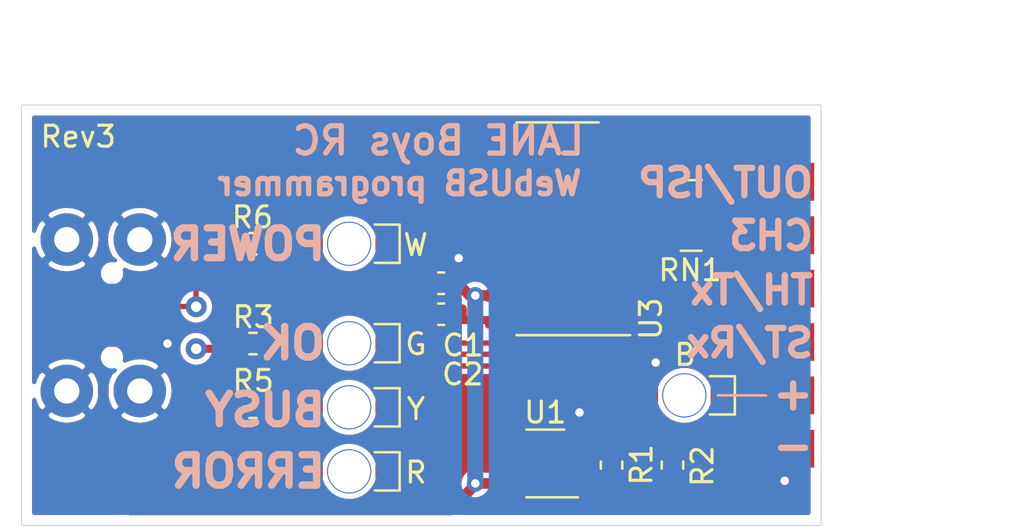
<source format=kicad_pcb>
(kicad_pcb (version 20171130) (host pcbnew 5.1.9-73d0e3b20d~88~ubuntu18.04.1)

  (general
    (thickness 1.6)
    (drawings 25)
    (tracks 134)
    (zones 0)
    (modules 19)
    (nets 24)
  )

  (page A4)
  (layers
    (0 F.Cu signal)
    (31 B.Cu signal)
    (32 B.Adhes user hide)
    (33 F.Adhes user hide)
    (34 B.Paste user hide)
    (35 F.Paste user hide)
    (36 B.SilkS user)
    (37 F.SilkS user)
    (38 B.Mask user hide)
    (39 F.Mask user hide)
    (40 Dwgs.User user hide)
    (41 Cmts.User user)
    (42 Eco1.User user hide)
    (43 Eco2.User user hide)
    (44 Edge.Cuts user)
    (45 Margin user hide)
    (46 B.CrtYd user)
    (47 F.CrtYd user)
    (48 B.Fab user hide)
    (49 F.Fab user hide)
  )

  (setup
    (last_trace_width 0.381)
    (user_trace_width 0.2032)
    (user_trace_width 0.381)
    (user_trace_width 0.508)
    (user_trace_width 0.762)
    (user_trace_width 1.016)
    (trace_clearance 0.2032)
    (zone_clearance 0.254)
    (zone_45_only no)
    (trace_min 0.2)
    (via_size 0.8)
    (via_drill 0.4)
    (via_min_size 0.4)
    (via_min_drill 0.3)
    (uvia_size 0.3)
    (uvia_drill 0.1)
    (uvias_allowed no)
    (uvia_min_size 0.2)
    (uvia_min_drill 0.1)
    (edge_width 0.05)
    (segment_width 0.2)
    (pcb_text_width 0.3)
    (pcb_text_size 1.5 1.5)
    (mod_edge_width 0.12)
    (mod_text_size 1 1)
    (mod_text_width 0.15)
    (pad_size 1.524 1.524)
    (pad_drill 0.762)
    (pad_to_mask_clearance 0)
    (aux_axis_origin 100 100)
    (visible_elements FFFFFF7F)
    (pcbplotparams
      (layerselection 0x010f8_ffffffff)
      (usegerberextensions false)
      (usegerberattributes false)
      (usegerberadvancedattributes false)
      (creategerberjobfile false)
      (excludeedgelayer true)
      (linewidth 0.100000)
      (plotframeref false)
      (viasonmask false)
      (mode 1)
      (useauxorigin false)
      (hpglpennumber 1)
      (hpglpenspeed 20)
      (hpglpendiameter 15.000000)
      (psnegative false)
      (psa4output false)
      (plotreference true)
      (plotvalue true)
      (plotinvisibletext false)
      (padsonsilk false)
      (subtractmaskfromsilk true)
      (outputformat 1)
      (mirror false)
      (drillshape 0)
      (scaleselection 1)
      (outputdirectory "gerber/"))
  )

  (net 0 "")
  (net 1 GND)
  (net 2 +5V)
  (net 3 +3V3)
  (net 4 "Net-(D5-Pad2)")
  (net 5 /USB-DM)
  (net 6 /USB-DP)
  (net 7 /VLIGHT)
  (net 8 /OK)
  (net 9 /BUSY)
  (net 10 /ERROR)
  (net 11 /ISP)
  (net 12 /RX)
  (net 13 /TX)
  (net 14 /EN)
  (net 15 /SHORT)
  (net 16 /CH3)
  (net 17 "Net-(D1-Pad2)")
  (net 18 "Net-(D2-Pad2)")
  (net 19 "Net-(D3-Pad2)")
  (net 20 "Net-(J1-Pad4)")
  (net 21 "Net-(J1-Pad6)")
  (net 22 "Net-(J1-Pad5)")
  (net 23 "Net-(J1-Pad3)")

  (net_class Default "This is the default net class."
    (clearance 0.2032)
    (trace_width 0.254)
    (via_dia 0.8)
    (via_drill 0.4)
    (uvia_dia 0.3)
    (uvia_drill 0.1)
    (add_net +3V3)
    (add_net +5V)
    (add_net /BUSY)
    (add_net /CH3)
    (add_net /EN)
    (add_net /ERROR)
    (add_net /ISP)
    (add_net /OK)
    (add_net /RX)
    (add_net /SHORT)
    (add_net /TX)
    (add_net /USB-DM)
    (add_net /USB-DP)
    (add_net /VLIGHT)
    (add_net GND)
    (add_net "Net-(D1-Pad2)")
    (add_net "Net-(D2-Pad2)")
    (add_net "Net-(D3-Pad2)")
    (add_net "Net-(D5-Pad2)")
    (add_net "Net-(J1-Pad3)")
    (add_net "Net-(J1-Pad4)")
    (add_net "Net-(J1-Pad5)")
    (add_net "Net-(J1-Pad6)")
    (add_net "Net-(J2-Pad4)")
    (add_net "Net-(U1-Pad3)")
    (add_net "Net-(U3-Pad11)")
    (add_net "Net-(U3-Pad6)")
  )

  (module WLA_pinheader:TestPoint_THTPad_1.0x1.0mm_Drill0.5mm_nosilk (layer F.Cu) (tedit 60508DD1) (tstamp 605095D1)
    (at 108.3 99.5936 90)
    (descr "THT rectangular pad as test Point, square 1.0mm side length, hole diameter 0.5mm")
    (tags "test point THT pad rectangle square")
    (path /6050F171)
    (attr virtual)
    (fp_text reference TP2 (at 0 -1.448 90) (layer F.SilkS) hide
      (effects (font (size 1 1) (thickness 0.15)))
    )
    (fp_text value " " (at 0 1.55 90) (layer F.Fab)
      (effects (font (size 1 1) (thickness 0.15)))
    )
    (fp_line (start 1 1) (end -1 1) (layer F.CrtYd) (width 0.05))
    (fp_line (start 1 1) (end 1 -1) (layer F.CrtYd) (width 0.05))
    (fp_line (start -1 -1) (end -1 1) (layer F.CrtYd) (width 0.05))
    (fp_line (start -1 -1) (end 1 -1) (layer F.CrtYd) (width 0.05))
    (fp_text user %R (at 0 -1.45 90) (layer F.Fab)
      (effects (font (size 1 1) (thickness 0.15)))
    )
    (pad 1 thru_hole circle (at 0 0 90) (size 1 1) (drill 0.5) (layers *.Cu *.Mask)
      (net 6 /USB-DP))
  )

  (module WLA_pinheader:TestPoint_THTPad_1.0x1.0mm_Drill0.5mm_nosilk (layer F.Cu) (tedit 60508DD1) (tstamp 605095C3)
    (at 108.3 101.5936 90)
    (descr "THT rectangular pad as test Point, square 1.0mm side length, hole diameter 0.5mm")
    (tags "test point THT pad rectangle square")
    (path /6050C7A0)
    (attr virtual)
    (fp_text reference TP1 (at 0 -1.448 90) (layer F.SilkS) hide
      (effects (font (size 1 1) (thickness 0.15)))
    )
    (fp_text value " " (at 0 1.55 90) (layer F.Fab)
      (effects (font (size 1 1) (thickness 0.15)))
    )
    (fp_line (start 1 1) (end -1 1) (layer F.CrtYd) (width 0.05))
    (fp_line (start 1 1) (end 1 -1) (layer F.CrtYd) (width 0.05))
    (fp_line (start -1 -1) (end -1 1) (layer F.CrtYd) (width 0.05))
    (fp_line (start -1 -1) (end 1 -1) (layer F.CrtYd) (width 0.05))
    (fp_text user %R (at 0 -1.45 90) (layer F.Fab)
      (effects (font (size 1 1) (thickness 0.15)))
    )
    (pad 1 thru_hole circle (at 0 0 90) (size 1 1) (drill 0.5) (layers *.Cu *.Mask)
      (net 3 +3V3))
  )

  (module Capacitor_SMD:C_0603_1608Metric (layer F.Cu) (tedit 5F68FEEE) (tstamp 604F194E)
    (at 119.9388 98.4758 180)
    (descr "Capacitor SMD 0603 (1608 Metric), square (rectangular) end terminal, IPC_7351 nominal, (Body size source: IPC-SM-782 page 76, https://www.pcb-3d.com/wordpress/wp-content/uploads/ipc-sm-782a_amendment_1_and_2.pdf), generated with kicad-footprint-generator")
    (tags capacitor)
    (path /605205A6)
    (attr smd)
    (fp_text reference C1 (at -1.0414 -2.95656) (layer F.SilkS)
      (effects (font (size 1 1) (thickness 0.15)))
    )
    (fp_text value 1u (at 0 1.43) (layer F.Fab)
      (effects (font (size 1 1) (thickness 0.15)))
    )
    (fp_line (start -0.8 0.4) (end -0.8 -0.4) (layer F.Fab) (width 0.1))
    (fp_line (start -0.8 -0.4) (end 0.8 -0.4) (layer F.Fab) (width 0.1))
    (fp_line (start 0.8 -0.4) (end 0.8 0.4) (layer F.Fab) (width 0.1))
    (fp_line (start 0.8 0.4) (end -0.8 0.4) (layer F.Fab) (width 0.1))
    (fp_line (start -0.14058 -0.51) (end 0.14058 -0.51) (layer F.SilkS) (width 0.12))
    (fp_line (start -0.14058 0.51) (end 0.14058 0.51) (layer F.SilkS) (width 0.12))
    (fp_line (start -1.48 0.73) (end -1.48 -0.73) (layer F.CrtYd) (width 0.05))
    (fp_line (start -1.48 -0.73) (end 1.48 -0.73) (layer F.CrtYd) (width 0.05))
    (fp_line (start 1.48 -0.73) (end 1.48 0.73) (layer F.CrtYd) (width 0.05))
    (fp_line (start 1.48 0.73) (end -1.48 0.73) (layer F.CrtYd) (width 0.05))
    (fp_text user %R (at 0 0) (layer F.Fab)
      (effects (font (size 0.4 0.4) (thickness 0.06)))
    )
    (pad 2 smd roundrect (at 0.775 0 180) (size 0.9 0.95) (layers F.Cu F.Paste F.Mask) (roundrect_rratio 0.25)
      (net 1 GND))
    (pad 1 smd roundrect (at -0.775 0 180) (size 0.9 0.95) (layers F.Cu F.Paste F.Mask) (roundrect_rratio 0.25)
      (net 2 +5V))
    (model ${KISYS3DMOD}/Capacitor_SMD.3dshapes/C_0603_1608Metric.wrl
      (at (xyz 0 0 0))
      (scale (xyz 1 1 1))
      (rotate (xyz 0 0 0))
    )
  )

  (module WLA_LED_reverse_mount:LED_1204_reverse_mout (layer F.Cu) (tedit 604730AE) (tstamp 5E6F8727)
    (at 131.5 103.81 180)
    (descr "LED SMD 1204")
    (tags "LED reverse mount")
    (path /5E6F8DF4)
    (attr smd)
    (fp_text reference D1 (at 0 -1.7) (layer F.SilkS) hide
      (effects (font (size 1 1) (thickness 0.15)))
    )
    (fp_text value "LC POWER" (at -2.798 0) (layer F.Fab)
      (effects (font (size 1 1) (thickness 0.15)))
    )
    (fp_line (start 1 -0.6) (end -0.7 -0.6) (layer F.Fab) (width 0.1))
    (fp_line (start -0.7 -0.6) (end -1 -0.3) (layer F.Fab) (width 0.1))
    (fp_line (start -1 -0.3) (end -1 0.6) (layer F.Fab) (width 0.1))
    (fp_line (start -1 0.6) (end 1 0.6) (layer F.Fab) (width 0.1))
    (fp_line (start 1 0.6) (end 1 -0.6) (layer F.Fab) (width 0.1))
    (fp_line (start -1.215 -0.91) (end -2.4 -0.91) (layer F.SilkS) (width 0.12))
    (fp_line (start -2.4 -0.91) (end -2.4 0.91) (layer F.SilkS) (width 0.12))
    (fp_line (start -2.4 0.91) (end -1.215 0.91) (layer F.SilkS) (width 0.12))
    (fp_line (start -2.3 0.9) (end -2.3 -0.9) (layer F.CrtYd) (width 0.05))
    (fp_line (start -2.3 -0.9) (end 2.3 -0.9) (layer F.CrtYd) (width 0.05))
    (fp_line (start 2.3 -0.9) (end 2.3 0.9) (layer F.CrtYd) (width 0.05))
    (fp_line (start 2.3 0.9) (end -2.3 0.9) (layer F.CrtYd) (width 0.05))
    (fp_text user %R (at 0 0) (layer F.Fab)
      (effects (font (size 0.5 0.5) (thickness 0.08)))
    )
    (pad "" np_thru_hole circle (at 0 0 180) (size 2.1 2.1) (drill 2) (layers *.Cu *.Mask))
    (pad 1 smd roundrect (at -1.75 0 180) (size 1 1) (layers F.Cu F.Paste F.Mask) (roundrect_rratio 0.192)
      (net 1 GND))
    (pad 2 smd roundrect (at 1.75 0 180) (size 1 1) (layers F.Cu F.Paste F.Mask) (roundrect_rratio 0.192)
      (net 17 "Net-(D1-Pad2)"))
    (model ${KISYS3DMOD}/LED_SMD.3dshapes/LED_1206_3216Metric.step
      (offset (xyz 0 0 0.508))
      (scale (xyz 1 1 1))
      (rotate (xyz 180 0 0))
    )
  )

  (module WLA_LED_reverse_mount:LED_1204_reverse_mout (layer F.Cu) (tedit 604730AE) (tstamp 5E6F767E)
    (at 115.57 107.426 180)
    (descr "LED SMD 1204")
    (tags "LED reverse mount")
    (path /5E6F7DEF)
    (attr smd)
    (fp_text reference D4 (at 0 -1.7) (layer F.SilkS) hide
      (effects (font (size 1 1) (thickness 0.15)))
    )
    (fp_text value ERROR (at -2.54 0.016) (layer F.Fab)
      (effects (font (size 1 1) (thickness 0.15)))
    )
    (fp_line (start 1 -0.6) (end -0.7 -0.6) (layer F.Fab) (width 0.1))
    (fp_line (start -0.7 -0.6) (end -1 -0.3) (layer F.Fab) (width 0.1))
    (fp_line (start -1 -0.3) (end -1 0.6) (layer F.Fab) (width 0.1))
    (fp_line (start -1 0.6) (end 1 0.6) (layer F.Fab) (width 0.1))
    (fp_line (start 1 0.6) (end 1 -0.6) (layer F.Fab) (width 0.1))
    (fp_line (start -1.215 -0.91) (end -2.4 -0.91) (layer F.SilkS) (width 0.12))
    (fp_line (start -2.4 -0.91) (end -2.4 0.91) (layer F.SilkS) (width 0.12))
    (fp_line (start -2.4 0.91) (end -1.215 0.91) (layer F.SilkS) (width 0.12))
    (fp_line (start -2.3 0.9) (end -2.3 -0.9) (layer F.CrtYd) (width 0.05))
    (fp_line (start -2.3 -0.9) (end 2.3 -0.9) (layer F.CrtYd) (width 0.05))
    (fp_line (start 2.3 -0.9) (end 2.3 0.9) (layer F.CrtYd) (width 0.05))
    (fp_line (start 2.3 0.9) (end -2.3 0.9) (layer F.CrtYd) (width 0.05))
    (fp_text user %R (at 0 0) (layer F.Fab)
      (effects (font (size 0.5 0.5) (thickness 0.08)))
    )
    (pad "" np_thru_hole circle (at 0 0 180) (size 2.1 2.1) (drill 2) (layers *.Cu *.Mask))
    (pad 1 smd roundrect (at -1.75 0 180) (size 1 1) (layers F.Cu F.Paste F.Mask) (roundrect_rratio 0.192)
      (net 10 /ERROR))
    (pad 2 smd roundrect (at 1.75 0 180) (size 1 1) (layers F.Cu F.Paste F.Mask) (roundrect_rratio 0.192)
      (net 19 "Net-(D3-Pad2)"))
    (model ${KISYS3DMOD}/LED_SMD.3dshapes/LED_1206_3216Metric.step
      (offset (xyz 0 0 0.508))
      (scale (xyz 1 1 1))
      (rotate (xyz 180 0 0))
    )
  )

  (module WLA_LED_reverse_mount:LED_1204_reverse_mout (layer F.Cu) (tedit 604730AE) (tstamp 5E6F766B)
    (at 115.57 104.378 180)
    (descr "LED SMD 1204")
    (tags "LED reverse mount")
    (path /5E6F790B)
    (attr smd)
    (fp_text reference D3 (at 0 -1.7) (layer F.SilkS) hide
      (effects (font (size 1 1) (thickness 0.15)))
    )
    (fp_text value BUSY (at -1.27 -1.381) (layer F.Fab)
      (effects (font (size 1 1) (thickness 0.15)))
    )
    (fp_line (start 1 -0.6) (end -0.7 -0.6) (layer F.Fab) (width 0.1))
    (fp_line (start -0.7 -0.6) (end -1 -0.3) (layer F.Fab) (width 0.1))
    (fp_line (start -1 -0.3) (end -1 0.6) (layer F.Fab) (width 0.1))
    (fp_line (start -1 0.6) (end 1 0.6) (layer F.Fab) (width 0.1))
    (fp_line (start 1 0.6) (end 1 -0.6) (layer F.Fab) (width 0.1))
    (fp_line (start -1.215 -0.91) (end -2.4 -0.91) (layer F.SilkS) (width 0.12))
    (fp_line (start -2.4 -0.91) (end -2.4 0.91) (layer F.SilkS) (width 0.12))
    (fp_line (start -2.4 0.91) (end -1.215 0.91) (layer F.SilkS) (width 0.12))
    (fp_line (start -2.3 0.9) (end -2.3 -0.9) (layer F.CrtYd) (width 0.05))
    (fp_line (start -2.3 -0.9) (end 2.3 -0.9) (layer F.CrtYd) (width 0.05))
    (fp_line (start 2.3 -0.9) (end 2.3 0.9) (layer F.CrtYd) (width 0.05))
    (fp_line (start 2.3 0.9) (end -2.3 0.9) (layer F.CrtYd) (width 0.05))
    (fp_text user %R (at 0 0) (layer F.Fab)
      (effects (font (size 0.5 0.5) (thickness 0.08)))
    )
    (pad "" np_thru_hole circle (at 0 0 180) (size 2.1 2.1) (drill 2) (layers *.Cu *.Mask))
    (pad 1 smd roundrect (at -1.75 0 180) (size 1 1) (layers F.Cu F.Paste F.Mask) (roundrect_rratio 0.192)
      (net 9 /BUSY))
    (pad 2 smd roundrect (at 1.75 0 180) (size 1 1) (layers F.Cu F.Paste F.Mask) (roundrect_rratio 0.192)
      (net 19 "Net-(D3-Pad2)"))
    (model ${KISYS3DMOD}/LED_SMD.3dshapes/LED_1206_3216Metric.step
      (offset (xyz 0 0 0.508))
      (scale (xyz 1 1 1))
      (rotate (xyz 180 0 0))
    )
  )

  (module WLA_LED_reverse_mount:LED_1204_reverse_mout (layer F.Cu) (tedit 604730AE) (tstamp 5E6F7658)
    (at 115.57 101.33 180)
    (descr "LED SMD 1204")
    (tags "LED reverse mount")
    (path /5E6F6F74)
    (attr smd)
    (fp_text reference D2 (at 0 -1.7) (layer F.SilkS) hide
      (effects (font (size 1 1) (thickness 0.15)))
    )
    (fp_text value OK (at -3.124 -0.06) (layer F.Fab)
      (effects (font (size 1 1) (thickness 0.15)))
    )
    (fp_line (start 1 -0.6) (end -0.7 -0.6) (layer F.Fab) (width 0.1))
    (fp_line (start -0.7 -0.6) (end -1 -0.3) (layer F.Fab) (width 0.1))
    (fp_line (start -1 -0.3) (end -1 0.6) (layer F.Fab) (width 0.1))
    (fp_line (start -1 0.6) (end 1 0.6) (layer F.Fab) (width 0.1))
    (fp_line (start 1 0.6) (end 1 -0.6) (layer F.Fab) (width 0.1))
    (fp_line (start -1.215 -0.91) (end -2.4 -0.91) (layer F.SilkS) (width 0.12))
    (fp_line (start -2.4 -0.91) (end -2.4 0.91) (layer F.SilkS) (width 0.12))
    (fp_line (start -2.4 0.91) (end -1.215 0.91) (layer F.SilkS) (width 0.12))
    (fp_line (start -2.3 0.9) (end -2.3 -0.9) (layer F.CrtYd) (width 0.05))
    (fp_line (start -2.3 -0.9) (end 2.3 -0.9) (layer F.CrtYd) (width 0.05))
    (fp_line (start 2.3 -0.9) (end 2.3 0.9) (layer F.CrtYd) (width 0.05))
    (fp_line (start 2.3 0.9) (end -2.3 0.9) (layer F.CrtYd) (width 0.05))
    (fp_text user %R (at 0 0) (layer F.Fab)
      (effects (font (size 0.5 0.5) (thickness 0.08)))
    )
    (pad "" np_thru_hole circle (at 0 0 180) (size 2.1 2.1) (drill 2) (layers *.Cu *.Mask))
    (pad 1 smd roundrect (at -1.75 0 180) (size 1 1) (layers F.Cu F.Paste F.Mask) (roundrect_rratio 0.192)
      (net 8 /OK))
    (pad 2 smd roundrect (at 1.75 0 180) (size 1 1) (layers F.Cu F.Paste F.Mask) (roundrect_rratio 0.192)
      (net 18 "Net-(D2-Pad2)"))
    (model ${KISYS3DMOD}/LED_SMD.3dshapes/LED_1206_3216Metric.step
      (offset (xyz 0 0 0.508))
      (scale (xyz 1 1 1))
      (rotate (xyz 180 0 0))
    )
  )

  (module WLA_LED_reverse_mount:LED_1204_reverse_mout (layer F.Cu) (tedit 604730AE) (tstamp 5E6F8D4C)
    (at 115.57 96.5964 180)
    (descr "LED SMD 1204")
    (tags "LED reverse mount")
    (path /5E6F89A9)
    (attr smd)
    (fp_text reference D5 (at 0 -1.7) (layer F.SilkS) hide
      (effects (font (size 1 1) (thickness 0.15)))
    )
    (fp_text value "MCU POWER" (at -3.124 0.1016) (layer F.Fab)
      (effects (font (size 1 1) (thickness 0.15)))
    )
    (fp_line (start 1 -0.6) (end -0.7 -0.6) (layer F.Fab) (width 0.1))
    (fp_line (start -0.7 -0.6) (end -1 -0.3) (layer F.Fab) (width 0.1))
    (fp_line (start -1 -0.3) (end -1 0.6) (layer F.Fab) (width 0.1))
    (fp_line (start -1 0.6) (end 1 0.6) (layer F.Fab) (width 0.1))
    (fp_line (start 1 0.6) (end 1 -0.6) (layer F.Fab) (width 0.1))
    (fp_line (start -1.215 -0.91) (end -2.4 -0.91) (layer F.SilkS) (width 0.12))
    (fp_line (start -2.4 -0.91) (end -2.4 0.91) (layer F.SilkS) (width 0.12))
    (fp_line (start -2.4 0.91) (end -1.215 0.91) (layer F.SilkS) (width 0.12))
    (fp_line (start -2.3 0.9) (end -2.3 -0.9) (layer F.CrtYd) (width 0.05))
    (fp_line (start -2.3 -0.9) (end 2.3 -0.9) (layer F.CrtYd) (width 0.05))
    (fp_line (start 2.3 -0.9) (end 2.3 0.9) (layer F.CrtYd) (width 0.05))
    (fp_line (start 2.3 0.9) (end -2.3 0.9) (layer F.CrtYd) (width 0.05))
    (fp_text user %R (at 0 0) (layer F.Fab)
      (effects (font (size 0.5 0.5) (thickness 0.08)))
    )
    (pad "" np_thru_hole circle (at 0 0 180) (size 2.1 2.1) (drill 2) (layers *.Cu *.Mask))
    (pad 1 smd roundrect (at -1.75 0 180) (size 1 1) (layers F.Cu F.Paste F.Mask) (roundrect_rratio 0.192)
      (net 1 GND))
    (pad 2 smd roundrect (at 1.75 0 180) (size 1 1) (layers F.Cu F.Paste F.Mask) (roundrect_rratio 0.192)
      (net 4 "Net-(D5-Pad2)"))
    (model ${KISYS3DMOD}/LED_SMD.3dshapes/LED_1206_3216Metric.step
      (offset (xyz 0 0 0.508))
      (scale (xyz 1 1 1))
      (rotate (xyz 180 0 0))
    )
  )

  (module Package_TO_SOT_SMD:SOT-23-5 (layer F.Cu) (tedit 5A02FF57) (tstamp 5E6F77B1)
    (at 124.8918 107.0483 180)
    (descr "5-pin SOT23 package")
    (tags SOT-23-5)
    (path /5E709E73)
    (attr smd)
    (fp_text reference U1 (at 0 2.4257) (layer F.SilkS)
      (effects (font (size 1 1) (thickness 0.15)))
    )
    (fp_text value STMPS2141STR (at 0 2.9) (layer F.Fab)
      (effects (font (size 1 1) (thickness 0.15)))
    )
    (fp_line (start -0.9 1.61) (end 0.9 1.61) (layer F.SilkS) (width 0.12))
    (fp_line (start 0.9 -1.61) (end -1.55 -1.61) (layer F.SilkS) (width 0.12))
    (fp_line (start -1.9 -1.8) (end 1.9 -1.8) (layer F.CrtYd) (width 0.05))
    (fp_line (start 1.9 -1.8) (end 1.9 1.8) (layer F.CrtYd) (width 0.05))
    (fp_line (start 1.9 1.8) (end -1.9 1.8) (layer F.CrtYd) (width 0.05))
    (fp_line (start -1.9 1.8) (end -1.9 -1.8) (layer F.CrtYd) (width 0.05))
    (fp_line (start -0.9 -0.9) (end -0.25 -1.55) (layer F.Fab) (width 0.1))
    (fp_line (start 0.9 -1.55) (end -0.25 -1.55) (layer F.Fab) (width 0.1))
    (fp_line (start -0.9 -0.9) (end -0.9 1.55) (layer F.Fab) (width 0.1))
    (fp_line (start 0.9 1.55) (end -0.9 1.55) (layer F.Fab) (width 0.1))
    (fp_line (start 0.9 -1.55) (end 0.9 1.55) (layer F.Fab) (width 0.1))
    (fp_text user %R (at 0 0 90) (layer F.Fab)
      (effects (font (size 0.5 0.5) (thickness 0.075)))
    )
    (pad 5 smd rect (at 1.1 -0.95 180) (size 1.06 0.65) (layers F.Cu F.Paste F.Mask)
      (net 2 +5V))
    (pad 4 smd rect (at 1.1 0.95 180) (size 1.06 0.65) (layers F.Cu F.Paste F.Mask)
      (net 14 /EN))
    (pad 3 smd rect (at -1.1 0.95 180) (size 1.06 0.65) (layers F.Cu F.Paste F.Mask))
    (pad 2 smd rect (at -1.1 0 180) (size 1.06 0.65) (layers F.Cu F.Paste F.Mask)
      (net 1 GND))
    (pad 1 smd rect (at -1.1 -0.95 180) (size 1.06 0.65) (layers F.Cu F.Paste F.Mask)
      (net 7 /VLIGHT))
    (model ${KISYS3DMOD}/Package_TO_SOT_SMD.3dshapes/SOT-23-5.wrl
      (at (xyz 0 0 0))
      (scale (xyz 1 1 1))
      (rotate (xyz 0 0 0))
    )
  )

  (module Package_SO:SO-16_3.9x9.9mm_P1.27mm (layer F.Cu) (tedit 5E888720) (tstamp 60471BC5)
    (at 125.476 95.885 180)
    (descr "SO, 16 Pin (https://www.nxp.com/docs/en/package-information/SOT109-1.pdf), generated with kicad-footprint-generator ipc_gullwing_generator.py")
    (tags "SO SO")
    (path /604D2755)
    (attr smd)
    (fp_text reference U3 (at -4.4323 -4.2799 90) (layer F.SilkS)
      (effects (font (size 1 1) (thickness 0.15)))
    )
    (fp_text value CH552G (at 0 5.9) (layer F.Fab)
      (effects (font (size 1 1) (thickness 0.15)))
    )
    (fp_line (start 0 5.06) (end 1.95 5.06) (layer F.SilkS) (width 0.12))
    (fp_line (start 0 5.06) (end -1.95 5.06) (layer F.SilkS) (width 0.12))
    (fp_line (start 0 -5.06) (end 1.95 -5.06) (layer F.SilkS) (width 0.12))
    (fp_line (start 0 -5.06) (end -3.45 -5.06) (layer F.SilkS) (width 0.12))
    (fp_line (start -0.975 -4.95) (end 1.95 -4.95) (layer F.Fab) (width 0.1))
    (fp_line (start 1.95 -4.95) (end 1.95 4.95) (layer F.Fab) (width 0.1))
    (fp_line (start 1.95 4.95) (end -1.95 4.95) (layer F.Fab) (width 0.1))
    (fp_line (start -1.95 4.95) (end -1.95 -3.975) (layer F.Fab) (width 0.1))
    (fp_line (start -1.95 -3.975) (end -0.975 -4.95) (layer F.Fab) (width 0.1))
    (fp_line (start -3.7 -5.2) (end -3.7 5.2) (layer F.CrtYd) (width 0.05))
    (fp_line (start -3.7 5.2) (end 3.7 5.2) (layer F.CrtYd) (width 0.05))
    (fp_line (start 3.7 5.2) (end 3.7 -5.2) (layer F.CrtYd) (width 0.05))
    (fp_line (start 3.7 -5.2) (end -3.7 -5.2) (layer F.CrtYd) (width 0.05))
    (fp_text user %R (at 0 0) (layer F.Fab)
      (effects (font (size 0.98 0.98) (thickness 0.15)))
    )
    (pad 16 smd roundrect (at 2.575 -4.445 180) (size 1.75 0.6) (layers F.Cu F.Paste F.Mask) (roundrect_rratio 0.25)
      (net 3 +3V3))
    (pad 15 smd roundrect (at 2.575 -3.175 180) (size 1.75 0.6) (layers F.Cu F.Paste F.Mask) (roundrect_rratio 0.25)
      (net 2 +5V))
    (pad 14 smd roundrect (at 2.575 -1.905 180) (size 1.75 0.6) (layers F.Cu F.Paste F.Mask) (roundrect_rratio 0.25)
      (net 1 GND))
    (pad 13 smd roundrect (at 2.575 -0.635 180) (size 1.75 0.6) (layers F.Cu F.Paste F.Mask) (roundrect_rratio 0.25)
      (net 5 /USB-DM))
    (pad 12 smd roundrect (at 2.575 0.635 180) (size 1.75 0.6) (layers F.Cu F.Paste F.Mask) (roundrect_rratio 0.25)
      (net 6 /USB-DP))
    (pad 11 smd roundrect (at 2.575 1.905 180) (size 1.75 0.6) (layers F.Cu F.Paste F.Mask) (roundrect_rratio 0.25))
    (pad 10 smd roundrect (at 2.575 3.175 180) (size 1.75 0.6) (layers F.Cu F.Paste F.Mask) (roundrect_rratio 0.25)
      (net 8 /OK))
    (pad 9 smd roundrect (at 2.575 4.445 180) (size 1.75 0.6) (layers F.Cu F.Paste F.Mask) (roundrect_rratio 0.25)
      (net 9 /BUSY))
    (pad 8 smd roundrect (at -2.575 4.445 180) (size 1.75 0.6) (layers F.Cu F.Paste F.Mask) (roundrect_rratio 0.25)
      (net 11 /ISP))
    (pad 7 smd roundrect (at -2.575 3.175 180) (size 1.75 0.6) (layers F.Cu F.Paste F.Mask) (roundrect_rratio 0.25)
      (net 16 /CH3))
    (pad 6 smd roundrect (at -2.575 1.905 180) (size 1.75 0.6) (layers F.Cu F.Paste F.Mask) (roundrect_rratio 0.25))
    (pad 5 smd roundrect (at -2.575 0.635 180) (size 1.75 0.6) (layers F.Cu F.Paste F.Mask) (roundrect_rratio 0.25)
      (net 13 /TX))
    (pad 4 smd roundrect (at -2.575 -0.635 180) (size 1.75 0.6) (layers F.Cu F.Paste F.Mask) (roundrect_rratio 0.25)
      (net 12 /RX))
    (pad 3 smd roundrect (at -2.575 -1.905 180) (size 1.75 0.6) (layers F.Cu F.Paste F.Mask) (roundrect_rratio 0.25)
      (net 10 /ERROR))
    (pad 2 smd roundrect (at -2.575 -3.175 180) (size 1.75 0.6) (layers F.Cu F.Paste F.Mask) (roundrect_rratio 0.25)
      (net 14 /EN))
    (pad 1 smd roundrect (at -2.575 -4.445 180) (size 1.75 0.6) (layers F.Cu F.Paste F.Mask) (roundrect_rratio 0.25)
      (net 15 /SHORT))
    (model ${KISYS3DMOD}/Package_SO.3dshapes/SO-16_3.9x9.9mm_P1.27mm.wrl
      (at (xyz 0 0 0))
      (scale (xyz 1 1 1))
      (rotate (xyz 0 0 0))
    )
    (model ${KISYS3DMOD}/Package_SO.3dshapes/SOIC-16_3.9x9.9mm_P1.27mm.step
      (at (xyz 0 0 0))
      (scale (xyz 1 1 1))
      (rotate (xyz 0 0 0))
    )
  )

  (module Capacitor_SMD:C_0603_1608Metric (layer F.Cu) (tedit 5F68FEEE) (tstamp 5E70B818)
    (at 119.9388 99.949 180)
    (descr "Capacitor SMD 0603 (1608 Metric), square (rectangular) end terminal, IPC_7351 nominal, (Body size source: IPC-SM-782 page 76, https://www.pcb-3d.com/wordpress/wp-content/uploads/ipc-sm-782a_amendment_1_and_2.pdf), generated with kicad-footprint-generator")
    (tags capacitor)
    (path /5E7914FA)
    (attr smd)
    (fp_text reference C2 (at -1.02616 -2.86004 180) (layer F.SilkS)
      (effects (font (size 1 1) (thickness 0.15)))
    )
    (fp_text value 100n (at 0 1.43) (layer F.Fab)
      (effects (font (size 1 1) (thickness 0.15)))
    )
    (fp_line (start -0.8 0.4) (end -0.8 -0.4) (layer F.Fab) (width 0.1))
    (fp_line (start -0.8 -0.4) (end 0.8 -0.4) (layer F.Fab) (width 0.1))
    (fp_line (start 0.8 -0.4) (end 0.8 0.4) (layer F.Fab) (width 0.1))
    (fp_line (start 0.8 0.4) (end -0.8 0.4) (layer F.Fab) (width 0.1))
    (fp_line (start -0.14058 -0.51) (end 0.14058 -0.51) (layer F.SilkS) (width 0.12))
    (fp_line (start -0.14058 0.51) (end 0.14058 0.51) (layer F.SilkS) (width 0.12))
    (fp_line (start -1.48 0.73) (end -1.48 -0.73) (layer F.CrtYd) (width 0.05))
    (fp_line (start -1.48 -0.73) (end 1.48 -0.73) (layer F.CrtYd) (width 0.05))
    (fp_line (start 1.48 -0.73) (end 1.48 0.73) (layer F.CrtYd) (width 0.05))
    (fp_line (start 1.48 0.73) (end -1.48 0.73) (layer F.CrtYd) (width 0.05))
    (fp_text user %R (at 0 0) (layer F.Fab)
      (effects (font (size 0.4 0.4) (thickness 0.06)))
    )
    (pad 2 smd roundrect (at 0.775 0 180) (size 0.9 0.95) (layers F.Cu F.Paste F.Mask) (roundrect_rratio 0.25)
      (net 1 GND))
    (pad 1 smd roundrect (at -0.775 0 180) (size 0.9 0.95) (layers F.Cu F.Paste F.Mask) (roundrect_rratio 0.25)
      (net 3 +3V3))
    (model ${KISYS3DMOD}/Capacitor_SMD.3dshapes/C_0603_1608Metric.wrl
      (at (xyz 0 0 0))
      (scale (xyz 1 1 1))
      (rotate (xyz 0 0 0))
    )
  )

  (module WLA_pinheader:PinHeader_1x06_P2.54mm_Flat (layer F.Cu) (tedit 5F17D121) (tstamp 5FDD2121)
    (at 136.271 106.35 90)
    (path /5E6FE83D)
    (fp_text reference J1 (at 0 2.54 90) (layer F.SilkS) hide
      (effects (font (size 1 1) (thickness 0.15)))
    )
    (fp_text value "Light Controller" (at 5.842 2.3495 90) (layer F.Fab) hide
      (effects (font (size 1 1) (thickness 0.15)))
    )
    (pad 6 smd rect (at 12.7 0 90) (size 1.8 2.8) (layers F.Cu F.Mask)
      (net 21 "Net-(J1-Pad6)"))
    (pad 5 smd rect (at 10.16 0 90) (size 1.8 2.8) (layers F.Cu F.Mask)
      (net 22 "Net-(J1-Pad5)"))
    (pad 4 smd rect (at 7.62 0 90) (size 1.8 2.8) (layers F.Cu F.Mask)
      (net 20 "Net-(J1-Pad4)"))
    (pad 3 smd rect (at 5.08 0 90) (size 1.8 2.8) (layers F.Cu F.Mask)
      (net 23 "Net-(J1-Pad3)"))
    (pad 2 smd rect (at 2.54 0 90) (size 1.8 2.8) (layers F.Cu F.Mask)
      (net 7 /VLIGHT))
    (pad 1 smd rect (at 0 0 90) (size 1.8 2.8) (layers F.Cu F.Mask)
      (net 1 GND))
  )

  (module USB:Mirco_USB_Type_B_LCSC_C40943 (layer F.Cu) (tedit 5FDBFE2E) (tstamp 5E6F8B67)
    (at 100 100 270)
    (path /5E6F135C)
    (fp_text reference J2 (at 0 1.016 270) (layer F.SilkS) hide
      (effects (font (size 1 1) (thickness 0.15)))
    )
    (fp_text value USB_B_Micro (at 0.0635 1.778 270) (layer F.Fab) hide
      (effects (font (size 1 1) (thickness 0.15)))
    )
    (fp_line (start -5 0) (end 5 0) (layer F.Fab) (width 0.1))
    (fp_text user "PCB edge" (at 4.5 0.6 270) (layer F.Fab)
      (effects (font (size 0.5 0.5) (thickness 0.075)))
    )
    (pad 6 thru_hole circle (at 3.6 -5.62 270) (size 2.5 2.5) (drill 1.2) (layers *.Cu *.Mask)
      (net 1 GND))
    (pad 6 thru_hole circle (at -3.6 -5.62 270) (size 2.5 2.5) (drill 1.2) (layers *.Cu *.Mask)
      (net 1 GND))
    (pad 6 thru_hole circle (at 3.6 -2.15 270) (size 2.5 2.5) (drill 1.2) (layers *.Cu *.Mask)
      (net 1 GND))
    (pad 6 thru_hole circle (at -3.6 -2.15 270) (size 2.5 2.5) (drill 1.2) (layers *.Cu *.Mask)
      (net 1 GND))
    (pad 3 smd rect (at 0 -5 270) (size 0.4 2) (layers F.Cu F.Paste F.Mask)
      (net 6 /USB-DP))
    (pad 2 smd rect (at -0.65 -5 270) (size 0.4 2) (layers F.Cu F.Paste F.Mask)
      (net 5 /USB-DM))
    (pad 4 smd rect (at 0.65 -5 270) (size 0.4 2) (layers F.Cu F.Paste F.Mask))
    (pad 1 smd rect (at -1.3 -5 270) (size 0.4 2) (layers F.Cu F.Paste F.Mask)
      (net 2 +5V))
    (pad 5 smd rect (at 1.3 -5 270) (size 0.4 2) (layers F.Cu F.Paste F.Mask)
      (net 1 GND))
    (pad "" np_thru_hole circle (at 2 -4.3 270) (size 0.55 0.55) (drill 0.55) (layers *.Cu))
    (pad "" np_thru_hole circle (at -2 -4.3 270) (size 0.55 0.55) (drill 0.55) (layers *.Cu))
    (model ${KISYS3DMOD}/Connector_USB.3dshapes/USB_Micro-B_Molex_47346-0001.step
      (offset (xyz 0 3.3528 0))
      (scale (xyz 1 1 1))
      (rotate (xyz 0 0 0))
    )
  )

  (module Resistor_SMD:R_Array_Convex_4x0603 (layer F.Cu) (tedit 58E0A8B2) (tstamp 5FDCB5EC)
    (at 131.826 95.25)
    (descr "Chip Resistor Network, ROHM MNR14 (see mnr_g.pdf)")
    (tags "resistor array")
    (path /5FDCE5F9)
    (attr smd)
    (fp_text reference RN1 (at -0.051 2.6035) (layer F.SilkS)
      (effects (font (size 1 1) (thickness 0.15)))
    )
    (fp_text value 1k (at 0 2.54) (layer F.Fab)
      (effects (font (size 1 1) (thickness 0.15)))
    )
    (fp_line (start 1.55 1.85) (end -1.55 1.85) (layer F.CrtYd) (width 0.05))
    (fp_line (start 1.55 1.85) (end 1.55 -1.85) (layer F.CrtYd) (width 0.05))
    (fp_line (start -1.55 -1.85) (end -1.55 1.85) (layer F.CrtYd) (width 0.05))
    (fp_line (start -1.55 -1.85) (end 1.55 -1.85) (layer F.CrtYd) (width 0.05))
    (fp_line (start 0.5 -1.68) (end -0.5 -1.68) (layer F.SilkS) (width 0.12))
    (fp_line (start 0.5 1.68) (end -0.5 1.68) (layer F.SilkS) (width 0.12))
    (fp_line (start -0.8 1.6) (end -0.8 -1.6) (layer F.Fab) (width 0.1))
    (fp_line (start 0.8 1.6) (end -0.8 1.6) (layer F.Fab) (width 0.1))
    (fp_line (start 0.8 -1.6) (end 0.8 1.6) (layer F.Fab) (width 0.1))
    (fp_line (start -0.8 -1.6) (end 0.8 -1.6) (layer F.Fab) (width 0.1))
    (fp_text user %R (at 0 0 90) (layer F.Fab)
      (effects (font (size 0.5 0.5) (thickness 0.075)))
    )
    (pad 5 smd rect (at 0.9 1.2) (size 0.8 0.5) (layers F.Cu F.Paste F.Mask)
      (net 23 "Net-(J1-Pad3)"))
    (pad 6 smd rect (at 0.9 0.4) (size 0.8 0.4) (layers F.Cu F.Paste F.Mask)
      (net 20 "Net-(J1-Pad4)"))
    (pad 8 smd rect (at 0.9 -1.2) (size 0.8 0.5) (layers F.Cu F.Paste F.Mask)
      (net 21 "Net-(J1-Pad6)"))
    (pad 7 smd rect (at 0.9 -0.4) (size 0.8 0.4) (layers F.Cu F.Paste F.Mask)
      (net 22 "Net-(J1-Pad5)"))
    (pad 4 smd rect (at -0.9 1.2) (size 0.8 0.5) (layers F.Cu F.Paste F.Mask)
      (net 13 /TX))
    (pad 2 smd rect (at -0.9 -0.4) (size 0.8 0.4) (layers F.Cu F.Paste F.Mask)
      (net 16 /CH3))
    (pad 3 smd rect (at -0.9 0.4) (size 0.8 0.4) (layers F.Cu F.Paste F.Mask)
      (net 12 /RX))
    (pad 1 smd rect (at -0.9 -1.2) (size 0.8 0.5) (layers F.Cu F.Paste F.Mask)
      (net 11 /ISP))
    (model ${KISYS3DMOD}/Resistor_SMD.3dshapes/R_Array_Convex_4x0603.wrl
      (at (xyz 0 0 0))
      (scale (xyz 1 1 1))
      (rotate (xyz 0 0 0))
    )
  )

  (module Resistor_SMD:R_0603_1608Metric_Pad1.05x0.95mm_HandSolder (layer F.Cu) (tedit 5B301BBD) (tstamp 5E7064DD)
    (at 130.937 107.1245 90)
    (descr "Resistor SMD 0603 (1608 Metric), square (rectangular) end terminal, IPC_7351 nominal with elongated pad for handsoldering. (Body size source: http://www.tortai-tech.com/upload/download/2011102023233369053.pdf), generated with kicad-footprint-generator")
    (tags "resistor handsolder")
    (path /5E6FD03E)
    (attr smd)
    (fp_text reference R2 (at -0.0508 1.4224 90) (layer F.SilkS)
      (effects (font (size 1 1) (thickness 0.15)))
    )
    (fp_text value 1k8 (at -2.3495 0 90) (layer F.Fab)
      (effects (font (size 1 1) (thickness 0.15)))
    )
    (fp_line (start -0.8 0.4) (end -0.8 -0.4) (layer F.Fab) (width 0.1))
    (fp_line (start -0.8 -0.4) (end 0.8 -0.4) (layer F.Fab) (width 0.1))
    (fp_line (start 0.8 -0.4) (end 0.8 0.4) (layer F.Fab) (width 0.1))
    (fp_line (start 0.8 0.4) (end -0.8 0.4) (layer F.Fab) (width 0.1))
    (fp_line (start -0.171267 -0.51) (end 0.171267 -0.51) (layer F.SilkS) (width 0.12))
    (fp_line (start -0.171267 0.51) (end 0.171267 0.51) (layer F.SilkS) (width 0.12))
    (fp_line (start -1.65 0.73) (end -1.65 -0.73) (layer F.CrtYd) (width 0.05))
    (fp_line (start -1.65 -0.73) (end 1.65 -0.73) (layer F.CrtYd) (width 0.05))
    (fp_line (start 1.65 -0.73) (end 1.65 0.73) (layer F.CrtYd) (width 0.05))
    (fp_line (start 1.65 0.73) (end -1.65 0.73) (layer F.CrtYd) (width 0.05))
    (fp_text user %R (at 0 0 90) (layer F.Fab)
      (effects (font (size 0.4 0.4) (thickness 0.06)))
    )
    (pad 2 smd roundrect (at 0.875 0 90) (size 1.05 0.95) (layers F.Cu F.Paste F.Mask) (roundrect_rratio 0.25)
      (net 17 "Net-(D1-Pad2)"))
    (pad 1 smd roundrect (at -0.875 0 90) (size 1.05 0.95) (layers F.Cu F.Paste F.Mask) (roundrect_rratio 0.25)
      (net 7 /VLIGHT))
    (model ${KISYS3DMOD}/Resistor_SMD.3dshapes/R_0603_1608Metric.wrl
      (at (xyz 0 0 0))
      (scale (xyz 1 1 1))
      (rotate (xyz 0 0 0))
    )
  )

  (module Resistor_SMD:R_0603_1608Metric_Pad1.05x0.95mm_HandSolder (layer F.Cu) (tedit 5B301BBD) (tstamp 5FDC55A9)
    (at 128.0414 107.1245 90)
    (descr "Resistor SMD 0603 (1608 Metric), square (rectangular) end terminal, IPC_7351 nominal with elongated pad for handsoldering. (Body size source: http://www.tortai-tech.com/upload/download/2011102023233369053.pdf), generated with kicad-footprint-generator")
    (tags "resistor handsolder")
    (path /5E7997E9)
    (attr smd)
    (fp_text reference R1 (at 0.0127 1.4224 90) (layer F.SilkS)
      (effects (font (size 1 1) (thickness 0.15)))
    )
    (fp_text value 10 (at -1.9685 0 90) (layer F.Fab)
      (effects (font (size 1 1) (thickness 0.15)))
    )
    (fp_line (start -0.8 0.4) (end -0.8 -0.4) (layer F.Fab) (width 0.1))
    (fp_line (start -0.8 -0.4) (end 0.8 -0.4) (layer F.Fab) (width 0.1))
    (fp_line (start 0.8 -0.4) (end 0.8 0.4) (layer F.Fab) (width 0.1))
    (fp_line (start 0.8 0.4) (end -0.8 0.4) (layer F.Fab) (width 0.1))
    (fp_line (start -0.171267 -0.51) (end 0.171267 -0.51) (layer F.SilkS) (width 0.12))
    (fp_line (start -0.171267 0.51) (end 0.171267 0.51) (layer F.SilkS) (width 0.12))
    (fp_line (start -1.65 0.73) (end -1.65 -0.73) (layer F.CrtYd) (width 0.05))
    (fp_line (start -1.65 -0.73) (end 1.65 -0.73) (layer F.CrtYd) (width 0.05))
    (fp_line (start 1.65 -0.73) (end 1.65 0.73) (layer F.CrtYd) (width 0.05))
    (fp_line (start 1.65 0.73) (end -1.65 0.73) (layer F.CrtYd) (width 0.05))
    (fp_text user %R (at 0 0 90) (layer F.Fab)
      (effects (font (size 0.4 0.4) (thickness 0.06)))
    )
    (pad 2 smd roundrect (at 0.875 0 90) (size 1.05 0.95) (layers F.Cu F.Paste F.Mask) (roundrect_rratio 0.25)
      (net 15 /SHORT))
    (pad 1 smd roundrect (at -0.875 0 90) (size 1.05 0.95) (layers F.Cu F.Paste F.Mask) (roundrect_rratio 0.25)
      (net 7 /VLIGHT))
    (model ${KISYS3DMOD}/Resistor_SMD.3dshapes/R_0603_1608Metric.wrl
      (at (xyz 0 0 0))
      (scale (xyz 1 1 1))
      (rotate (xyz 0 0 0))
    )
  )

  (module Resistor_SMD:R_0603_1608Metric_Pad1.05x0.95mm_HandSolder (layer F.Cu) (tedit 5B301BBD) (tstamp 5E778E66)
    (at 110.998 104.378)
    (descr "Resistor SMD 0603 (1608 Metric), square (rectangular) end terminal, IPC_7351 nominal with elongated pad for handsoldering. (Body size source: http://www.tortai-tech.com/upload/download/2011102023233369053.pdf), generated with kicad-footprint-generator")
    (tags "resistor handsolder")
    (path /5E6FC0B8)
    (attr smd)
    (fp_text reference R5 (at 0.0127 -1.2573) (layer F.SilkS)
      (effects (font (size 1 1) (thickness 0.15)))
    )
    (fp_text value 1k2 (at -0.0635 -1.2065) (layer F.Fab)
      (effects (font (size 1 1) (thickness 0.15)))
    )
    (fp_line (start -0.8 0.4) (end -0.8 -0.4) (layer F.Fab) (width 0.1))
    (fp_line (start -0.8 -0.4) (end 0.8 -0.4) (layer F.Fab) (width 0.1))
    (fp_line (start 0.8 -0.4) (end 0.8 0.4) (layer F.Fab) (width 0.1))
    (fp_line (start 0.8 0.4) (end -0.8 0.4) (layer F.Fab) (width 0.1))
    (fp_line (start -0.171267 -0.51) (end 0.171267 -0.51) (layer F.SilkS) (width 0.12))
    (fp_line (start -0.171267 0.51) (end 0.171267 0.51) (layer F.SilkS) (width 0.12))
    (fp_line (start -1.65 0.73) (end -1.65 -0.73) (layer F.CrtYd) (width 0.05))
    (fp_line (start -1.65 -0.73) (end 1.65 -0.73) (layer F.CrtYd) (width 0.05))
    (fp_line (start 1.65 -0.73) (end 1.65 0.73) (layer F.CrtYd) (width 0.05))
    (fp_line (start 1.65 0.73) (end -1.65 0.73) (layer F.CrtYd) (width 0.05))
    (fp_text user %R (at 0 0) (layer F.Fab)
      (effects (font (size 0.4 0.4) (thickness 0.06)))
    )
    (pad 2 smd roundrect (at 0.875 0) (size 1.05 0.95) (layers F.Cu F.Paste F.Mask) (roundrect_rratio 0.25)
      (net 19 "Net-(D3-Pad2)"))
    (pad 1 smd roundrect (at -0.875 0) (size 1.05 0.95) (layers F.Cu F.Paste F.Mask) (roundrect_rratio 0.25)
      (net 3 +3V3))
    (model ${KISYS3DMOD}/Resistor_SMD.3dshapes/R_0603_1608Metric.wrl
      (at (xyz 0 0 0))
      (scale (xyz 1 1 1))
      (rotate (xyz 0 0 0))
    )
  )

  (module Resistor_SMD:R_0603_1608Metric_Pad1.05x0.95mm_HandSolder (layer F.Cu) (tedit 5B301BBD) (tstamp 5E709D00)
    (at 110.998 101.346)
    (descr "Resistor SMD 0603 (1608 Metric), square (rectangular) end terminal, IPC_7351 nominal with elongated pad for handsoldering. (Body size source: http://www.tortai-tech.com/upload/download/2011102023233369053.pdf), generated with kicad-footprint-generator")
    (tags "resistor handsolder")
    (path /5E6FABAC)
    (attr smd)
    (fp_text reference R3 (at 0.0127 -1.2573) (layer F.SilkS)
      (effects (font (size 1 1) (thickness 0.15)))
    )
    (fp_text value 2k7 (at 0 1.346) (layer F.Fab)
      (effects (font (size 1 1) (thickness 0.15)))
    )
    (fp_line (start -0.8 0.4) (end -0.8 -0.4) (layer F.Fab) (width 0.1))
    (fp_line (start -0.8 -0.4) (end 0.8 -0.4) (layer F.Fab) (width 0.1))
    (fp_line (start 0.8 -0.4) (end 0.8 0.4) (layer F.Fab) (width 0.1))
    (fp_line (start 0.8 0.4) (end -0.8 0.4) (layer F.Fab) (width 0.1))
    (fp_line (start -0.171267 -0.51) (end 0.171267 -0.51) (layer F.SilkS) (width 0.12))
    (fp_line (start -0.171267 0.51) (end 0.171267 0.51) (layer F.SilkS) (width 0.12))
    (fp_line (start -1.65 0.73) (end -1.65 -0.73) (layer F.CrtYd) (width 0.05))
    (fp_line (start -1.65 -0.73) (end 1.65 -0.73) (layer F.CrtYd) (width 0.05))
    (fp_line (start 1.65 -0.73) (end 1.65 0.73) (layer F.CrtYd) (width 0.05))
    (fp_line (start 1.65 0.73) (end -1.65 0.73) (layer F.CrtYd) (width 0.05))
    (fp_text user %R (at 0 0) (layer F.Fab)
      (effects (font (size 0.4 0.4) (thickness 0.06)))
    )
    (pad 2 smd roundrect (at 0.875 0) (size 1.05 0.95) (layers F.Cu F.Paste F.Mask) (roundrect_rratio 0.25)
      (net 18 "Net-(D2-Pad2)"))
    (pad 1 smd roundrect (at -0.875 0) (size 1.05 0.95) (layers F.Cu F.Paste F.Mask) (roundrect_rratio 0.25)
      (net 3 +3V3))
    (model ${KISYS3DMOD}/Resistor_SMD.3dshapes/R_0603_1608Metric.wrl
      (at (xyz 0 0 0))
      (scale (xyz 1 1 1))
      (rotate (xyz 0 0 0))
    )
  )

  (module Resistor_SMD:R_0603_1608Metric_Pad1.05x0.95mm_HandSolder (layer F.Cu) (tedit 5B301BBD) (tstamp 5E778E03)
    (at 110.998 96.5962)
    (descr "Resistor SMD 0603 (1608 Metric), square (rectangular) end terminal, IPC_7351 nominal with elongated pad for handsoldering. (Body size source: http://www.tortai-tech.com/upload/download/2011102023233369053.pdf), generated with kicad-footprint-generator")
    (tags "resistor handsolder")
    (path /5E6FD675)
    (attr smd)
    (fp_text reference R6 (at -0.0254 -1.2573 180) (layer F.SilkS)
      (effects (font (size 1 1) (thickness 0.15)))
    )
    (fp_text value 1k8 (at 0 -1.2065) (layer F.Fab)
      (effects (font (size 1 1) (thickness 0.15)))
    )
    (fp_line (start -0.8 0.4) (end -0.8 -0.4) (layer F.Fab) (width 0.1))
    (fp_line (start -0.8 -0.4) (end 0.8 -0.4) (layer F.Fab) (width 0.1))
    (fp_line (start 0.8 -0.4) (end 0.8 0.4) (layer F.Fab) (width 0.1))
    (fp_line (start 0.8 0.4) (end -0.8 0.4) (layer F.Fab) (width 0.1))
    (fp_line (start -0.171267 -0.51) (end 0.171267 -0.51) (layer F.SilkS) (width 0.12))
    (fp_line (start -0.171267 0.51) (end 0.171267 0.51) (layer F.SilkS) (width 0.12))
    (fp_line (start -1.65 0.73) (end -1.65 -0.73) (layer F.CrtYd) (width 0.05))
    (fp_line (start -1.65 -0.73) (end 1.65 -0.73) (layer F.CrtYd) (width 0.05))
    (fp_line (start 1.65 -0.73) (end 1.65 0.73) (layer F.CrtYd) (width 0.05))
    (fp_line (start 1.65 0.73) (end -1.65 0.73) (layer F.CrtYd) (width 0.05))
    (fp_text user %R (at 0 0) (layer F.Fab)
      (effects (font (size 0.4 0.4) (thickness 0.06)))
    )
    (pad 2 smd roundrect (at 0.875 0) (size 1.05 0.95) (layers F.Cu F.Paste F.Mask) (roundrect_rratio 0.25)
      (net 4 "Net-(D5-Pad2)"))
    (pad 1 smd roundrect (at -0.875 0) (size 1.05 0.95) (layers F.Cu F.Paste F.Mask) (roundrect_rratio 0.25)
      (net 3 +3V3))
    (model ${KISYS3DMOD}/Resistor_SMD.3dshapes/R_0603_1608Metric.wrl
      (at (xyz 0 0 0))
      (scale (xyz 1 1 1))
      (rotate (xyz 0 0 0))
    )
  )

  (gr_line (start 133.096 103.8098) (end 135.382 103.8098) (layer B.SilkS) (width 0.127))
  (gr_text Rev3 (at 102.6922 91.5035) (layer F.SilkS)
    (effects (font (size 1 1) (thickness 0.15)))
  )
  (gr_text B (at 131.5339 101.8794) (layer F.SilkS) (tstamp 5FDCB223)
    (effects (font (size 1 1) (thickness 0.15)))
  )
  (gr_text R (at 118.745 107.4801) (layer F.SilkS) (tstamp 5FDC5301)
    (effects (font (size 1 1) (thickness 0.15)))
  )
  (gr_text Y (at 118.745 104.4575) (layer F.SilkS) (tstamp 5FDC51D0)
    (effects (font (size 1 1) (thickness 0.15)))
  )
  (gr_text G (at 118.745 101.3714) (layer F.SilkS) (tstamp 5FDC51CD)
    (effects (font (size 1 1) (thickness 0.15)))
  )
  (gr_text W (at 118.7323 96.6597) (layer F.SilkS)
    (effects (font (size 1 1) (thickness 0.15)))
  )
  (gr_text "WebUSB programmer" (at 126.746 93.726) (layer B.SilkS) (tstamp 60559A66)
    (effects (font (size 1.1 1.1) (thickness 0.25)) (justify left mirror))
  )
  (gr_text "LANE Boys RC" (at 126.873 91.694) (layer B.SilkS) (tstamp 5E709FDB)
    (effects (font (size 1.3 1.3) (thickness 0.25)) (justify left mirror))
  )
  (gr_text POWER (at 114.6 96.6218) (layer B.SilkS) (tstamp 5E703D67)
    (effects (font (size 1.42 1.42) (thickness 0.35)) (justify left mirror))
  )
  (gr_text - (at 137.795 106.1974) (layer B.SilkS) (tstamp 5FDE126A)
    (effects (font (size 1.5 1.5) (thickness 0.3)) (justify left mirror))
  )
  (gr_text + (at 137.795 103.7082) (layer B.SilkS) (tstamp 5FDE0E9E)
    (effects (font (size 1.5 1.5) (thickness 0.3)) (justify left mirror))
  )
  (gr_text ST/Rx (at 137.7696 101.3206) (layer B.SilkS) (tstamp 5E702BEE)
    (effects (font (size 1.3 1.3) (thickness 0.3)) (justify left mirror))
  )
  (gr_text TH/Tx (at 137.7696 98.806) (layer B.SilkS) (tstamp 5E702BE5)
    (effects (font (size 1.3 1.3) (thickness 0.3)) (justify left mirror))
  )
  (gr_text CH3 (at 137.7696 96.2152) (layer B.SilkS) (tstamp 5E702BF4)
    (effects (font (size 1.3 1.3) (thickness 0.3)) (justify left mirror))
  )
  (gr_text OUT/ISP (at 137.7696 93.7006) (layer B.SilkS) (tstamp 5E702BEB)
    (effects (font (size 1.3 1.3) (thickness 0.3)) (justify left mirror))
  )
  (gr_text ERROR (at 114.6 107.426) (layer B.SilkS) (tstamp 5E6FF56F)
    (effects (font (size 1.45 1.45) (thickness 0.35)) (justify left mirror))
  )
  (gr_text BUSY (at 114.6 104.505) (layer B.SilkS) (tstamp 5FDD2FC5)
    (effects (font (size 1.45 1.45) (thickness 0.35)) (justify left mirror))
  )
  (gr_text OK (at 114.6 101.33) (layer B.SilkS)
    (effects (font (size 1.45 1.45) (thickness 0.35)) (justify left mirror))
  )
  (dimension 20 (width 0.15) (layer Cmts.User)
    (gr_text "20.000 mm" (at 146.3 100 90) (layer Cmts.User)
      (effects (font (size 1 1) (thickness 0.15)))
    )
    (feature1 (pts (xy 138 90) (xy 145.586421 90)))
    (feature2 (pts (xy 138 110) (xy 145.586421 110)))
    (crossbar (pts (xy 145 110) (xy 145 90)))
    (arrow1a (pts (xy 145 90) (xy 145.586421 91.126504)))
    (arrow1b (pts (xy 145 90) (xy 144.413579 91.126504)))
    (arrow2a (pts (xy 145 110) (xy 145.586421 108.873496)))
    (arrow2b (pts (xy 145 110) (xy 144.413579 108.873496)))
  )
  (dimension 38 (width 0.15) (layer Cmts.User)
    (gr_text "38.000 mm" (at 119 85.7) (layer Cmts.User)
      (effects (font (size 1 1) (thickness 0.15)))
    )
    (feature1 (pts (xy 138 90) (xy 138 86.413579)))
    (feature2 (pts (xy 100 90) (xy 100 86.413579)))
    (crossbar (pts (xy 100 87) (xy 138 87)))
    (arrow1a (pts (xy 138 87) (xy 136.873496 87.586421)))
    (arrow1b (pts (xy 138 87) (xy 136.873496 86.413579)))
    (arrow2a (pts (xy 100 87) (xy 101.126504 87.586421)))
    (arrow2b (pts (xy 100 87) (xy 101.126504 86.413579)))
  )
  (gr_line (start 138 90) (end 100 90) (layer Edge.Cuts) (width 0.05) (tstamp 5E6FA69B))
  (gr_line (start 138 110) (end 138 90) (layer Edge.Cuts) (width 0.05))
  (gr_line (start 100 110) (end 138 110) (layer Edge.Cuts) (width 0.05))
  (gr_line (start 100 90) (end 100 110) (layer Edge.Cuts) (width 0.05))

  (via (at 136.271 107.8738) (size 0.8) (drill 0.4) (layers F.Cu B.Cu) (net 1))
  (via (at 106.934 101.346) (size 0.8) (drill 0.4) (layers F.Cu B.Cu) (net 1))
  (via (at 130.1369 102.2477) (size 0.8) (drill 0.4) (layers F.Cu B.Cu) (net 1))
  (via (at 120.777 97.282) (size 0.8) (drill 0.4) (layers F.Cu B.Cu) (net 1))
  (via (at 126.5174 104.6226) (size 0.8) (drill 0.4) (layers F.Cu B.Cu) (net 1))
  (segment (start 103.6364 98.7) (end 103.5812 98.7552) (width 0.381) (layer F.Cu) (net 2))
  (segment (start 105 98.7) (end 103.6364 98.7) (width 0.381) (layer F.Cu) (net 2) (status 10))
  (segment (start 122.787 98.946) (end 122.901 99.06) (width 0.254) (layer F.Cu) (net 2) (status 30))
  (via (at 121.5644 107.9983) (size 0.8) (drill 0.4) (layers F.Cu B.Cu) (net 2))
  (via (at 121.5644 99.06) (size 0.8) (drill 0.4) (layers F.Cu B.Cu) (net 2))
  (segment (start 121.5644 99.06) (end 122.901 99.06) (width 0.508) (layer F.Cu) (net 2))
  (segment (start 103.0478 99.2886) (end 103.5812 98.7552) (width 0.508) (layer F.Cu) (net 2))
  (segment (start 103.0478 101.9302) (end 103.0478 99.2886) (width 0.508) (layer F.Cu) (net 2))
  (segment (start 121.6304 107.9983) (end 120.3706 109.2581) (width 0.508) (layer F.Cu) (net 2))
  (segment (start 123.7918 107.9983) (end 121.6304 107.9983) (width 0.508) (layer F.Cu) (net 2))
  (segment (start 120.3706 109.2581) (end 105.1814 109.2581) (width 0.508) (layer F.Cu) (net 2))
  (segment (start 105.1814 109.2581) (end 103.886 107.9627) (width 0.508) (layer F.Cu) (net 2))
  (segment (start 103.886 107.9627) (end 103.886 102.7684) (width 0.508) (layer F.Cu) (net 2))
  (segment (start 103.886 102.7684) (end 103.0478 101.9302) (width 0.508) (layer F.Cu) (net 2))
  (segment (start 121.5644 107.9983) (end 121.5644 99.06) (width 0.762) (layer B.Cu) (net 2))
  (segment (start 121.298 99.06) (end 120.7138 98.4758) (width 0.508) (layer F.Cu) (net 2))
  (segment (start 121.5644 99.06) (end 121.298 99.06) (width 0.508) (layer F.Cu) (net 2))
  (segment (start 110.123 96.5962) (end 110.123 98.877) (width 0.381) (layer F.Cu) (net 3) (status 10))
  (segment (start 110.123 104.3686) (end 110.123 104.378) (width 0.381) (layer F.Cu) (net 3))
  (segment (start 110.123 101.346) (end 110.123 104.3686) (width 0.381) (layer F.Cu) (net 3))
  (segment (start 110.123 98.877) (end 110.123 99.7826) (width 0.381) (layer F.Cu) (net 3))
  (segment (start 110.123 99.7826) (end 110.123 101.346) (width 0.381) (layer F.Cu) (net 3))
  (segment (start 110.123 101.346) (end 109.8754 101.5936) (width 0.381) (layer F.Cu) (net 3))
  (segment (start 109.8754 101.5936) (end 108.3 101.5936) (width 0.381) (layer F.Cu) (net 3))
  (segment (start 117.4356 99.7826) (end 110.123 99.7826) (width 0.254) (layer F.Cu) (net 3))
  (segment (start 119.8118 100.838) (end 118.491 100.838) (width 0.254) (layer F.Cu) (net 3))
  (segment (start 120.7138 99.949) (end 120.7008 99.949) (width 0.254) (layer F.Cu) (net 3))
  (segment (start 118.491 100.838) (end 117.4356 99.7826) (width 0.254) (layer F.Cu) (net 3))
  (segment (start 120.7008 99.949) (end 119.8118 100.838) (width 0.254) (layer F.Cu) (net 3))
  (segment (start 120.9932 100.2284) (end 120.7138 99.949) (width 0.254) (layer F.Cu) (net 3))
  (segment (start 122.901 100.33) (end 122.7994 100.2284) (width 0.254) (layer F.Cu) (net 3))
  (segment (start 122.7994 100.2284) (end 120.9932 100.2284) (width 0.381) (layer F.Cu) (net 3))
  (segment (start 113.8198 96.5962) (end 113.82 96.5964) (width 0.254) (layer F.Cu) (net 4) (status 30))
  (segment (start 111.873 96.5962) (end 113.8198 96.5962) (width 0.254) (layer F.Cu) (net 4) (status 30))
  (segment (start 122.301 96.52) (end 122.901 96.52) (width 0.254) (layer F.Cu) (net 5) (status 30))
  (segment (start 124.0536 96.52) (end 122.901 96.52) (width 0.254) (layer F.Cu) (net 5))
  (segment (start 124.3457 96.2279) (end 124.0536 96.52) (width 0.254) (layer F.Cu) (net 5))
  (segment (start 124.3457 94.9579) (end 124.3457 96.2279) (width 0.254) (layer F.Cu) (net 5))
  (segment (start 124.0028 94.615) (end 124.3457 94.9579) (width 0.254) (layer F.Cu) (net 5))
  (segment (start 106.4916 99.35) (end 107.7468 98.0948) (width 0.254) (layer F.Cu) (net 5))
  (segment (start 105 99.35) (end 106.4916 99.35) (width 0.254) (layer F.Cu) (net 5))
  (segment (start 107.7468 98.0948) (end 107.7468 96.6724) (width 0.254) (layer F.Cu) (net 5))
  (segment (start 109.8042 94.615) (end 124.0028 94.615) (width 0.254) (layer F.Cu) (net 5))
  (segment (start 107.7468 96.6724) (end 109.8042 94.615) (width 0.254) (layer F.Cu) (net 5))
  (segment (start 122.2248 95.25) (end 122.901 95.25) (width 0.254) (layer F.Cu) (net 6) (status 30))
  (segment (start 107.2642 99.5807) (end 108.2871 99.5807) (width 0.254) (layer F.Cu) (net 6))
  (segment (start 105 100) (end 106.8449 100) (width 0.254) (layer F.Cu) (net 6))
  (segment (start 108.2871 99.5807) (end 108.3 99.5936) (width 0.254) (layer F.Cu) (net 6))
  (segment (start 106.8449 100) (end 107.2642 99.5807) (width 0.254) (layer F.Cu) (net 6))
  (segment (start 108.2929 99.5865) (end 108.3 99.5936) (width 0.254) (layer F.Cu) (net 6))
  (segment (start 110.0836 95.1484) (end 108.2929 96.9391) (width 0.254) (layer F.Cu) (net 6))
  (segment (start 108.2929 96.9391) (end 108.2929 99.5865) (width 0.254) (layer F.Cu) (net 6))
  (segment (start 122.901 95.25) (end 122.7994 95.1484) (width 0.254) (layer F.Cu) (net 6))
  (segment (start 122.7994 95.1484) (end 110.0836 95.1484) (width 0.254) (layer F.Cu) (net 6))
  (segment (start 134.1628 106.8565) (end 133.0325 107.9868) (width 0.508) (layer F.Cu) (net 7) (status 20))
  (segment (start 134.1628 105.2322) (end 134.1628 106.8565) (width 0.508) (layer F.Cu) (net 7))
  (segment (start 136.271 103.81) (end 135.585 103.81) (width 0.508) (layer F.Cu) (net 7) (status 30))
  (segment (start 135.585 103.81) (end 134.1628 105.2322) (width 0.508) (layer F.Cu) (net 7) (status 10))
  (segment (start 128.0402 107.9983) (end 128.0414 107.9995) (width 0.508) (layer F.Cu) (net 7))
  (segment (start 125.9918 107.9983) (end 128.0402 107.9983) (width 0.508) (layer F.Cu) (net 7))
  (segment (start 133.0198 107.9995) (end 133.0325 107.9868) (width 0.508) (layer F.Cu) (net 7))
  (segment (start 128.0414 107.9995) (end 133.0198 107.9995) (width 0.508) (layer F.Cu) (net 7))
  (segment (start 117.3294 101.3206) (end 117.32 101.33) (width 0.254) (layer F.Cu) (net 8))
  (segment (start 124.46 101.3206) (end 117.3294 101.3206) (width 0.254) (layer F.Cu) (net 8))
  (segment (start 124.841 100.9396) (end 124.46 101.3206) (width 0.254) (layer F.Cu) (net 8))
  (segment (start 124.841 94.0562) (end 124.841 100.9396) (width 0.254) (layer F.Cu) (net 8))
  (segment (start 122.901 92.71) (end 123.4948 92.71) (width 0.254) (layer F.Cu) (net 8))
  (segment (start 123.4948 92.71) (end 124.841 94.0562) (width 0.254) (layer F.Cu) (net 8))
  (segment (start 117.32 104.378) (end 117.32 102.8472) (width 0.254) (layer F.Cu) (net 9))
  (segment (start 117.32 102.8472) (end 118.3132 101.854) (width 0.254) (layer F.Cu) (net 9))
  (segment (start 118.3132 101.854) (end 124.6378 101.854) (width 0.254) (layer F.Cu) (net 9))
  (segment (start 124.6378 101.854) (end 125.349 101.1428) (width 0.254) (layer F.Cu) (net 9))
  (segment (start 123.4694 91.44) (end 122.901 91.44) (width 0.254) (layer F.Cu) (net 9))
  (segment (start 125.349 93.3196) (end 123.4694 91.44) (width 0.254) (layer F.Cu) (net 9))
  (segment (start 125.349 101.1428) (end 125.349 93.3196) (width 0.254) (layer F.Cu) (net 9))
  (segment (start 117.32 105.9206) (end 117.32 107.426) (width 0.254) (layer F.Cu) (net 10))
  (segment (start 118.4402 104.8004) (end 117.32 105.9206) (width 0.254) (layer F.Cu) (net 10))
  (segment (start 127.4572 97.79) (end 125.857 99.3902) (width 0.254) (layer F.Cu) (net 10))
  (segment (start 125.857 99.3902) (end 125.857 101.3714) (width 0.254) (layer F.Cu) (net 10))
  (segment (start 124.8156 102.4128) (end 119.126 102.4128) (width 0.254) (layer F.Cu) (net 10))
  (segment (start 119.126 102.4128) (end 118.4402 103.0986) (width 0.254) (layer F.Cu) (net 10))
  (segment (start 118.4402 103.0986) (end 118.4402 104.8004) (width 0.254) (layer F.Cu) (net 10))
  (segment (start 128.051 97.79) (end 127.4572 97.79) (width 0.254) (layer F.Cu) (net 10))
  (segment (start 125.857 101.3714) (end 124.8156 102.4128) (width 0.254) (layer F.Cu) (net 10))
  (segment (start 130.926 93.0292) (end 130.926 94.05) (width 0.254) (layer F.Cu) (net 11))
  (segment (start 128.051 91.44) (end 129.3368 91.44) (width 0.254) (layer F.Cu) (net 11))
  (segment (start 129.3368 91.44) (end 130.926 93.0292) (width 0.254) (layer F.Cu) (net 11))
  (segment (start 128.651 96.52) (end 128.051 96.52) (width 0.254) (layer F.Cu) (net 12))
  (segment (start 131.5656 95.65) (end 131.8387 95.9231) (width 0.254) (layer F.Cu) (net 12))
  (segment (start 131.8387 95.9231) (end 131.8387 96.8375) (width 0.254) (layer F.Cu) (net 12))
  (segment (start 130.926 95.65) (end 131.5656 95.65) (width 0.254) (layer F.Cu) (net 12))
  (segment (start 131.8387 96.8375) (end 131.445 97.2312) (width 0.254) (layer F.Cu) (net 12))
  (segment (start 131.445 97.2312) (end 129.3622 97.2312) (width 0.254) (layer F.Cu) (net 12))
  (segment (start 129.3622 97.2312) (end 128.651 96.52) (width 0.254) (layer F.Cu) (net 12))
  (segment (start 130.3336 96.45) (end 130.926 96.45) (width 0.254) (layer F.Cu) (net 13) (status 20))
  (segment (start 128.051 95.25) (end 129.1336 95.25) (width 0.254) (layer F.Cu) (net 13) (status 10))
  (segment (start 129.1336 95.25) (end 130.3336 96.45) (width 0.254) (layer F.Cu) (net 13))
  (segment (start 126.365 101.67112) (end 123.7918 104.24432) (width 0.254) (layer F.Cu) (net 14))
  (segment (start 126.365 100.2538) (end 126.365 101.67112) (width 0.254) (layer F.Cu) (net 14))
  (segment (start 128.051 99.06) (end 127.5588 99.06) (width 0.254) (layer F.Cu) (net 14))
  (segment (start 123.7918 104.24432) (end 123.7918 106.0983) (width 0.254) (layer F.Cu) (net 14))
  (segment (start 127.5588 99.06) (end 126.365 100.2538) (width 0.254) (layer F.Cu) (net 14))
  (segment (start 128.0414 100.3396) (end 128.051 100.33) (width 0.254) (layer F.Cu) (net 15))
  (segment (start 128.0414 106.2495) (end 128.0414 100.3396) (width 0.254) (layer F.Cu) (net 15))
  (segment (start 130.2322 94.85) (end 130.926 94.85) (width 0.254) (layer F.Cu) (net 16) (status 20))
  (segment (start 129.667 94.2848) (end 130.2322 94.85) (width 0.254) (layer F.Cu) (net 16))
  (segment (start 129.667 93.1418) (end 129.667 94.2848) (width 0.254) (layer F.Cu) (net 16))
  (segment (start 128.051 92.71) (end 129.2352 92.71) (width 0.254) (layer F.Cu) (net 16) (status 10))
  (segment (start 129.2352 92.71) (end 129.667 93.1418) (width 0.254) (layer F.Cu) (net 16))
  (segment (start 129.75 105.0625) (end 129.75 103.81) (width 0.254) (layer F.Cu) (net 17))
  (segment (start 130.937 106.2495) (end 129.75 105.0625) (width 0.254) (layer F.Cu) (net 17))
  (segment (start 113.804 101.346) (end 113.82 101.33) (width 0.254) (layer F.Cu) (net 18) (status 30))
  (segment (start 111.873 101.346) (end 113.804 101.346) (width 0.254) (layer F.Cu) (net 18) (status 30))
  (segment (start 113.8106 104.3686) (end 113.82 104.378) (width 0.254) (layer F.Cu) (net 19) (status 30))
  (segment (start 113.82 104.378) (end 111.873 104.378) (width 0.381) (layer F.Cu) (net 19))
  (segment (start 113.82 107.426) (end 113.82 104.378) (width 0.381) (layer F.Cu) (net 19))
  (segment (start 135.5219 98.73) (end 136.271 98.73) (width 0.381) (layer F.Cu) (net 20))
  (segment (start 133.9596 97.1677) (end 135.5219 98.73) (width 0.381) (layer F.Cu) (net 20))
  (segment (start 133.9596 96.1517) (end 133.9596 97.1677) (width 0.381) (layer F.Cu) (net 20))
  (segment (start 132.726 95.65) (end 133.4579 95.65) (width 0.381) (layer F.Cu) (net 20))
  (segment (start 133.4579 95.65) (end 133.9596 96.1517) (width 0.381) (layer F.Cu) (net 20))
  (segment (start 135.871 94.05) (end 136.271 93.65) (width 0.381) (layer F.Cu) (net 21))
  (segment (start 132.726 94.05) (end 135.871 94.05) (width 0.381) (layer F.Cu) (net 21))
  (segment (start 135.5219 96.19) (end 136.271 96.19) (width 0.381) (layer F.Cu) (net 22))
  (segment (start 132.726 94.85) (end 134.1819 94.85) (width 0.381) (layer F.Cu) (net 22))
  (segment (start 134.1819 94.85) (end 135.5219 96.19) (width 0.381) (layer F.Cu) (net 22))
  (segment (start 135.5219 101.27) (end 136.271 101.27) (width 0.381) (layer F.Cu) (net 23))
  (segment (start 132.726 96.45) (end 132.726 98.4741) (width 0.381) (layer F.Cu) (net 23))
  (segment (start 132.726 98.4741) (end 135.5219 101.27) (width 0.381) (layer F.Cu) (net 23))

  (zone (net 1) (net_name GND) (layer F.Cu) (tstamp 5FDEDE45) (hatch edge 0.508)
    (connect_pads (clearance 0.254))
    (min_thickness 0.2032)
    (fill yes (arc_segments 32) (thermal_gap 0.254) (thermal_bridge_width 0.381))
    (polygon
      (pts
        (xy 137.5 109.5) (xy 100.5 109.5) (xy 100.5 90.5) (xy 137.5 90.5)
      )
    )
    (filled_polygon
      (pts
        (xy 137.3984 92.39268) (xy 134.871 92.39268) (xy 134.80129 92.399546) (xy 134.73426 92.419879) (xy 134.672484 92.452899)
        (xy 134.618337 92.497337) (xy 134.573899 92.551484) (xy 134.540879 92.61326) (xy 134.520546 92.68029) (xy 134.51368 92.75)
        (xy 134.51368 93.5039) (xy 133.325736 93.5039) (xy 133.324516 93.502899) (xy 133.26274 93.469879) (xy 133.19571 93.449546)
        (xy 133.126 93.44268) (xy 132.326 93.44268) (xy 132.25629 93.449546) (xy 132.18926 93.469879) (xy 132.127484 93.502899)
        (xy 132.073337 93.547337) (xy 132.028899 93.601484) (xy 131.995879 93.66326) (xy 131.975546 93.73029) (xy 131.96868 93.8)
        (xy 131.96868 94.3) (xy 131.975546 94.36971) (xy 131.995879 94.43674) (xy 132.016329 94.475) (xy 131.995879 94.51326)
        (xy 131.975546 94.58029) (xy 131.96868 94.65) (xy 131.96868 95.05) (xy 131.975546 95.11971) (xy 131.995879 95.18674)
        (xy 132.028899 95.248516) (xy 132.030117 95.25) (xy 132.028899 95.251484) (xy 131.995879 95.31326) (xy 131.976208 95.378109)
        (xy 131.923617 95.325518) (xy 131.908501 95.307099) (xy 131.835015 95.246791) (xy 131.751177 95.201978) (xy 131.660206 95.174383)
        (xy 131.659879 95.174351) (xy 131.676454 95.11971) (xy 131.68332 95.05) (xy 131.68332 94.65) (xy 131.676454 94.58029)
        (xy 131.656121 94.51326) (xy 131.635671 94.475) (xy 131.656121 94.43674) (xy 131.676454 94.36971) (xy 131.68332 94.3)
        (xy 131.68332 93.8) (xy 131.676454 93.73029) (xy 131.656121 93.66326) (xy 131.623101 93.601484) (xy 131.578663 93.547337)
        (xy 131.524516 93.502899) (xy 131.46274 93.469879) (xy 131.4086 93.453456) (xy 131.4086 93.052901) (xy 131.410935 93.029199)
        (xy 131.4086 93.005493) (xy 131.401617 92.934594) (xy 131.374022 92.843623) (xy 131.329209 92.759785) (xy 131.268901 92.686299)
        (xy 131.250482 92.671183) (xy 129.694817 91.115518) (xy 129.679701 91.097099) (xy 129.606215 91.036791) (xy 129.522377 90.991978)
        (xy 129.431406 90.964383) (xy 129.360507 90.9574) (xy 129.360505 90.9574) (xy 129.3368 90.955065) (xy 129.313095 90.9574)
        (xy 129.156173 90.9574) (xy 129.134729 90.931271) (xy 129.057852 90.868179) (xy 128.970143 90.821297) (xy 128.874973 90.792428)
        (xy 128.776 90.78268) (xy 127.326 90.78268) (xy 127.227027 90.792428) (xy 127.131857 90.821297) (xy 127.044148 90.868179)
        (xy 126.967271 90.931271) (xy 126.904179 91.008148) (xy 126.857297 91.095857) (xy 126.828428 91.191027) (xy 126.81868 91.29)
        (xy 126.81868 91.59) (xy 126.828428 91.688973) (xy 126.857297 91.784143) (xy 126.904179 91.871852) (xy 126.967271 91.948729)
        (xy 127.044148 92.011821) (xy 127.131857 92.058703) (xy 127.185582 92.075) (xy 127.131857 92.091297) (xy 127.044148 92.138179)
        (xy 126.967271 92.201271) (xy 126.904179 92.278148) (xy 126.857297 92.365857) (xy 126.828428 92.461027) (xy 126.81868 92.56)
        (xy 126.81868 92.86) (xy 126.828428 92.958973) (xy 126.857297 93.054143) (xy 126.904179 93.141852) (xy 126.967271 93.218729)
        (xy 127.044148 93.281821) (xy 127.131857 93.328703) (xy 127.185582 93.345) (xy 127.131857 93.361297) (xy 127.044148 93.408179)
        (xy 126.967271 93.471271) (xy 126.904179 93.548148) (xy 126.857297 93.635857) (xy 126.828428 93.731027) (xy 126.81868 93.83)
        (xy 126.81868 94.13) (xy 126.828428 94.228973) (xy 126.857297 94.324143) (xy 126.904179 94.411852) (xy 126.967271 94.488729)
        (xy 127.044148 94.551821) (xy 127.131857 94.598703) (xy 127.185582 94.615) (xy 127.131857 94.631297) (xy 127.044148 94.678179)
        (xy 126.967271 94.741271) (xy 126.904179 94.818148) (xy 126.857297 94.905857) (xy 126.828428 95.001027) (xy 126.81868 95.1)
        (xy 126.81868 95.4) (xy 126.828428 95.498973) (xy 126.857297 95.594143) (xy 126.904179 95.681852) (xy 126.967271 95.758729)
        (xy 127.044148 95.821821) (xy 127.131857 95.868703) (xy 127.185582 95.885) (xy 127.131857 95.901297) (xy 127.044148 95.948179)
        (xy 126.967271 96.011271) (xy 126.904179 96.088148) (xy 126.857297 96.175857) (xy 126.828428 96.271027) (xy 126.81868 96.37)
        (xy 126.81868 96.67) (xy 126.828428 96.768973) (xy 126.857297 96.864143) (xy 126.904179 96.951852) (xy 126.967271 97.028729)
        (xy 127.044148 97.091821) (xy 127.131857 97.138703) (xy 127.185582 97.155) (xy 127.131857 97.171297) (xy 127.044148 97.218179)
        (xy 126.967271 97.281271) (xy 126.904179 97.358148) (xy 126.857297 97.445857) (xy 126.828428 97.541027) (xy 126.81868 97.64)
        (xy 126.81868 97.74602) (xy 125.8316 98.733101) (xy 125.8316 93.343307) (xy 125.833935 93.3196) (xy 125.824617 93.224993)
        (xy 125.797022 93.134023) (xy 125.788507 93.118093) (xy 125.752209 93.050185) (xy 125.715532 93.005494) (xy 125.707013 92.995113)
        (xy 125.707012 92.995112) (xy 125.691901 92.976699) (xy 125.673488 92.961588) (xy 124.13332 91.421421) (xy 124.13332 91.29)
        (xy 124.123572 91.191027) (xy 124.094703 91.095857) (xy 124.047821 91.008148) (xy 123.984729 90.931271) (xy 123.907852 90.868179)
        (xy 123.820143 90.821297) (xy 123.724973 90.792428) (xy 123.626 90.78268) (xy 122.176 90.78268) (xy 122.077027 90.792428)
        (xy 121.981857 90.821297) (xy 121.894148 90.868179) (xy 121.817271 90.931271) (xy 121.754179 91.008148) (xy 121.707297 91.095857)
        (xy 121.678428 91.191027) (xy 121.66868 91.29) (xy 121.66868 91.59) (xy 121.678428 91.688973) (xy 121.707297 91.784143)
        (xy 121.754179 91.871852) (xy 121.817271 91.948729) (xy 121.894148 92.011821) (xy 121.981857 92.058703) (xy 122.035582 92.075)
        (xy 121.981857 92.091297) (xy 121.894148 92.138179) (xy 121.817271 92.201271) (xy 121.754179 92.278148) (xy 121.707297 92.365857)
        (xy 121.678428 92.461027) (xy 121.66868 92.56) (xy 121.66868 92.86) (xy 121.678428 92.958973) (xy 121.707297 93.054143)
        (xy 121.754179 93.141852) (xy 121.817271 93.218729) (xy 121.894148 93.281821) (xy 121.981857 93.328703) (xy 122.035582 93.345)
        (xy 121.981857 93.361297) (xy 121.894148 93.408179) (xy 121.817271 93.471271) (xy 121.754179 93.548148) (xy 121.707297 93.635857)
        (xy 121.678428 93.731027) (xy 121.66868 93.83) (xy 121.66868 94.13) (xy 121.668916 94.1324) (xy 109.827907 94.1324)
        (xy 109.8042 94.130065) (xy 109.709593 94.139383) (xy 109.671936 94.150806) (xy 109.618623 94.166978) (xy 109.534785 94.211791)
        (xy 109.461299 94.272099) (xy 109.446188 94.290512) (xy 107.422313 96.314388) (xy 107.4039 96.329499) (xy 107.388789 96.347912)
        (xy 107.388787 96.347914) (xy 107.343592 96.402985) (xy 107.298778 96.486824) (xy 107.271184 96.577794) (xy 107.261865 96.6724)
        (xy 107.264201 96.696115) (xy 107.2642 97.8949) (xy 106.35732 98.801781) (xy 106.35732 98.5) (xy 106.350454 98.43029)
        (xy 106.330121 98.36326) (xy 106.297101 98.301484) (xy 106.252663 98.247337) (xy 106.198516 98.202899) (xy 106.13674 98.169879)
        (xy 106.06971 98.149546) (xy 106 98.14268) (xy 104.914573 98.14268) (xy 104.9306 98.062109) (xy 104.9306 97.937891)
        (xy 104.911334 97.841034) (xy 105.026307 97.900164) (xy 105.330382 97.987163) (xy 105.645588 98.013167) (xy 105.95981 97.977179)
        (xy 106.260973 97.88058) (xy 106.494952 97.755515) (xy 106.633266 97.53899) (xy 105.62 96.525724) (xy 105.605858 96.539866)
        (xy 105.480134 96.414142) (xy 105.494276 96.4) (xy 105.745724 96.4) (xy 106.75899 97.413266) (xy 106.975515 97.274952)
        (xy 107.120164 96.993693) (xy 107.207163 96.689618) (xy 107.233167 96.374412) (xy 107.197179 96.06019) (xy 107.10058 95.759027)
        (xy 106.975515 95.525048) (xy 106.75899 95.386734) (xy 105.745724 96.4) (xy 105.494276 96.4) (xy 104.48101 95.386734)
        (xy 104.264485 95.525048) (xy 104.119836 95.806307) (xy 104.032837 96.110382) (xy 104.006833 96.425588) (xy 104.042821 96.73981)
        (xy 104.13942 97.040973) (xy 104.264485 97.274952) (xy 104.435054 97.38391) (xy 104.362109 97.3694) (xy 104.237891 97.3694)
        (xy 104.116061 97.393634) (xy 104.001299 97.44117) (xy 103.898016 97.510181) (xy 103.810181 97.598016) (xy 103.74117 97.701299)
        (xy 103.693634 97.816061) (xy 103.6694 97.937891) (xy 103.6694 98.062109) (xy 103.687504 98.153121) (xy 103.5812 98.142651)
        (xy 103.461697 98.154421) (xy 103.346788 98.189279) (xy 103.240886 98.245885) (xy 103.171319 98.302976) (xy 102.637927 98.83637)
        (xy 102.614663 98.855462) (xy 102.543498 98.942178) (xy 102.538485 98.948286) (xy 102.48188 99.054188) (xy 102.447021 99.169098)
        (xy 102.435251 99.2886) (xy 102.438201 99.318551) (xy 102.4382 101.900258) (xy 102.435251 101.9302) (xy 102.443499 102.013948)
        (xy 102.439618 102.012837) (xy 102.124412 101.986833) (xy 101.81019 102.022821) (xy 101.509027 102.11942) (xy 101.275048 102.244485)
        (xy 101.136734 102.46101) (xy 102.15 103.474276) (xy 102.164142 103.460134) (xy 102.289866 103.585858) (xy 102.275724 103.6)
        (xy 102.289866 103.614142) (xy 102.164142 103.739866) (xy 102.15 103.725724) (xy 101.136734 104.73899) (xy 101.275048 104.955515)
        (xy 101.556307 105.100164) (xy 101.860382 105.187163) (xy 102.175588 105.213167) (xy 102.48981 105.177179) (xy 102.790973 105.08058)
        (xy 103.024952 104.955515) (xy 103.163265 104.738991) (xy 103.227613 104.803339) (xy 103.276401 104.754551) (xy 103.2764 107.932758)
        (xy 103.273451 107.9627) (xy 103.277076 107.9995) (xy 103.285221 108.082201) (xy 103.320079 108.197111) (xy 103.376684 108.303013)
        (xy 103.452862 108.395838) (xy 103.476132 108.414935) (xy 104.459596 109.3984) (xy 100.6016 109.3984) (xy 100.6016 104.029533)
        (xy 100.66942 104.240973) (xy 100.794485 104.474952) (xy 101.01101 104.613266) (xy 102.024276 103.6) (xy 101.01101 102.586734)
        (xy 100.794485 102.725048) (xy 100.649836 103.006307) (xy 100.6016 103.174899) (xy 100.6016 97.53899) (xy 101.136734 97.53899)
        (xy 101.275048 97.755515) (xy 101.556307 97.900164) (xy 101.860382 97.987163) (xy 102.175588 98.013167) (xy 102.48981 97.977179)
        (xy 102.790973 97.88058) (xy 103.024952 97.755515) (xy 103.163266 97.53899) (xy 102.15 96.525724) (xy 101.136734 97.53899)
        (xy 100.6016 97.53899) (xy 100.6016 96.829533) (xy 100.66942 97.040973) (xy 100.794485 97.274952) (xy 101.01101 97.413266)
        (xy 102.024276 96.4) (xy 102.275724 96.4) (xy 103.28899 97.413266) (xy 103.505515 97.274952) (xy 103.650164 96.993693)
        (xy 103.737163 96.689618) (xy 103.763167 96.374412) (xy 103.727179 96.06019) (xy 103.63058 95.759027) (xy 103.505515 95.525048)
        (xy 103.28899 95.386734) (xy 102.275724 96.4) (xy 102.024276 96.4) (xy 101.01101 95.386734) (xy 100.794485 95.525048)
        (xy 100.649836 95.806307) (xy 100.6016 95.974899) (xy 100.6016 95.26101) (xy 101.136734 95.26101) (xy 102.15 96.274276)
        (xy 103.163266 95.26101) (xy 104.606734 95.26101) (xy 105.62 96.274276) (xy 106.633266 95.26101) (xy 106.494952 95.044485)
        (xy 106.213693 94.899836) (xy 105.909618 94.812837) (xy 105.594412 94.786833) (xy 105.28019 94.822821) (xy 104.979027 94.91942)
        (xy 104.745048 95.044485) (xy 104.606734 95.26101) (xy 103.163266 95.26101) (xy 103.024952 95.044485) (xy 102.743693 94.899836)
        (xy 102.439618 94.812837) (xy 102.124412 94.786833) (xy 101.81019 94.822821) (xy 101.509027 94.91942) (xy 101.275048 95.044485)
        (xy 101.136734 95.26101) (xy 100.6016 95.26101) (xy 100.6016 90.6016) (xy 137.3984 90.6016)
      )
    )
    (filled_polygon
      (pts
        (xy 126.857297 100.674143) (xy 126.904179 100.761852) (xy 126.967271 100.838729) (xy 127.044148 100.901821) (xy 127.131857 100.948703)
        (xy 127.227027 100.977572) (xy 127.326 100.98732) (xy 127.558801 100.98732) (xy 127.5588 105.421797) (xy 127.473436 105.467425)
        (xy 127.383299 105.541399) (xy 127.309325 105.631536) (xy 127.254358 105.734372) (xy 127.220509 105.845956) (xy 127.20908 105.962)
        (xy 127.20908 106.537) (xy 127.220509 106.653044) (xy 127.254358 106.764628) (xy 127.309325 106.867464) (xy 127.383299 106.957601)
        (xy 127.473436 107.031575) (xy 127.576272 107.086542) (xy 127.687856 107.120391) (xy 127.729577 107.1245) (xy 127.687856 107.128609)
        (xy 127.576272 107.162458) (xy 127.473436 107.217425) (xy 127.383299 107.291399) (xy 127.309325 107.381536) (xy 127.305496 107.3887)
        (xy 126.877604 107.3887) (xy 126.879121 107.3733) (xy 126.8774 107.2261) (xy 126.7885 107.1372) (xy 126.0807 107.1372)
        (xy 126.0807 107.1572) (xy 125.9029 107.1572) (xy 125.9029 107.1372) (xy 125.1951 107.1372) (xy 125.1062 107.2261)
        (xy 125.104479 107.3733) (xy 125.111345 107.44301) (xy 125.131678 107.510041) (xy 125.138766 107.523301) (xy 125.131679 107.53656)
        (xy 125.111346 107.60359) (xy 125.10448 107.6733) (xy 125.10448 108.3233) (xy 125.111346 108.39301) (xy 125.131679 108.46004)
        (xy 125.164699 108.521816) (xy 125.209137 108.575963) (xy 125.263284 108.620401) (xy 125.32506 108.653421) (xy 125.39209 108.673754)
        (xy 125.4618 108.68062) (xy 126.5218 108.68062) (xy 126.59151 108.673754) (xy 126.65854 108.653421) (xy 126.720316 108.620401)
        (xy 126.735548 108.6079) (xy 127.304213 108.6079) (xy 127.309325 108.617464) (xy 127.383299 108.707601) (xy 127.473436 108.781575)
        (xy 127.576272 108.836542) (xy 127.687856 108.870391) (xy 127.8039 108.88182) (xy 128.2789 108.88182) (xy 128.394944 108.870391)
        (xy 128.506528 108.836542) (xy 128.609364 108.781575) (xy 128.699501 108.707601) (xy 128.773475 108.617464) (xy 128.777946 108.6091)
        (xy 130.200454 108.6091) (xy 130.204925 108.617464) (xy 130.278899 108.707601) (xy 130.369036 108.781575) (xy 130.471872 108.836542)
        (xy 130.583456 108.870391) (xy 130.6995 108.88182) (xy 131.1745 108.88182) (xy 131.290544 108.870391) (xy 131.402128 108.836542)
        (xy 131.504964 108.781575) (xy 131.595101 108.707601) (xy 131.669075 108.617464) (xy 131.673546 108.6091) (xy 132.989859 108.6091)
        (xy 133.0198 108.612049) (xy 133.049741 108.6091) (xy 133.139302 108.600279) (xy 133.254212 108.565421) (xy 133.360114 108.508816)
        (xy 133.452938 108.432638) (xy 133.472032 108.409372) (xy 133.484724 108.39668) (xy 133.484728 108.396675) (xy 134.530122 107.351283)
        (xy 134.540878 107.386741) (xy 134.573898 107.448517) (xy 134.618336 107.502664) (xy 134.672483 107.547102) (xy 134.734259 107.580122)
        (xy 134.80129 107.600455) (xy 134.871 107.607321) (xy 136.0932 107.6056) (xy 136.1821 107.5167) (xy 136.1821 106.4389)
        (xy 136.1621 106.4389) (xy 136.1621 106.2611) (xy 136.1821 106.2611) (xy 136.1821 105.1833) (xy 136.0932 105.0944)
        (xy 135.164012 105.093092) (xy 135.189784 105.06732) (xy 137.3984 105.06732) (xy 137.3984 105.093063) (xy 136.4488 105.0944)
        (xy 136.3599 105.1833) (xy 136.3599 106.2611) (xy 136.3799 106.2611) (xy 136.3799 106.4389) (xy 136.3599 106.4389)
        (xy 136.3599 107.5167) (xy 136.4488 107.6056) (xy 137.3984 107.606937) (xy 137.3984 109.3984) (xy 121.092403 109.3984)
        (xy 121.761258 108.729546) (xy 121.7848 108.724863) (xy 121.922311 108.667904) (xy 122.012113 108.6079) (xy 123.048052 108.6079)
        (xy 123.063284 108.620401) (xy 123.12506 108.653421) (xy 123.19209 108.673754) (xy 123.2618 108.68062) (xy 124.3218 108.68062)
        (xy 124.39151 108.673754) (xy 124.45854 108.653421) (xy 124.520316 108.620401) (xy 124.574463 108.575963) (xy 124.618901 108.521816)
        (xy 124.651921 108.46004) (xy 124.672254 108.39301) (xy 124.67912 108.3233) (xy 124.67912 107.6733) (xy 124.672254 107.60359)
        (xy 124.651921 107.53656) (xy 124.618901 107.474784) (xy 124.574463 107.420637) (xy 124.520316 107.376199) (xy 124.45854 107.343179)
        (xy 124.39151 107.322846) (xy 124.3218 107.31598) (xy 123.2618 107.31598) (xy 123.19209 107.322846) (xy 123.12506 107.343179)
        (xy 123.063284 107.376199) (xy 123.048052 107.3887) (xy 122.012113 107.3887) (xy 121.922311 107.328696) (xy 121.7848 107.271737)
        (xy 121.63882 107.2427) (xy 121.48998 107.2427) (xy 121.344 107.271737) (xy 121.206489 107.328696) (xy 121.082733 107.411387)
        (xy 120.977487 107.516633) (xy 120.894796 107.640389) (xy 120.837837 107.7779) (xy 120.8088 107.92388) (xy 120.8088 107.957796)
        (xy 120.118097 108.6485) (xy 116.270412 108.6485) (xy 116.466018 108.517801) (xy 116.661801 108.322018) (xy 116.738278 108.207561)
        (xy 116.801784 108.241506) (xy 116.904833 108.272765) (xy 117.012 108.28332) (xy 117.628 108.28332) (xy 117.735167 108.272765)
        (xy 117.838216 108.241506) (xy 117.933186 108.190743) (xy 118.016428 108.122428) (xy 118.084743 108.039186) (xy 118.135506 107.944216)
        (xy 118.166765 107.841167) (xy 118.17732 107.734) (xy 118.17732 107.118) (xy 118.166765 107.010833) (xy 118.135506 106.907784)
        (xy 118.084743 106.812814) (xy 118.016428 106.729572) (xy 117.933186 106.661257) (xy 117.838216 106.610494) (xy 117.8026 106.59969)
        (xy 117.8026 106.120499) (xy 118.764688 105.158412) (xy 118.783101 105.143301) (xy 118.843409 105.069815) (xy 118.888222 104.985977)
        (xy 118.915817 104.895006) (xy 118.9228 104.824107) (xy 118.9228 104.824106) (xy 118.925135 104.800401) (xy 118.9228 104.776696)
        (xy 118.9228 103.298499) (xy 119.3259 102.8954) (xy 124.458221 102.8954) (xy 123.467318 103.886303) (xy 123.448899 103.901419)
        (xy 123.388591 103.974905) (xy 123.343778 104.058744) (xy 123.316183 104.149715) (xy 123.311852 104.193693) (xy 123.306865 104.24432)
        (xy 123.3092 104.268025) (xy 123.309201 105.41598) (xy 123.2618 105.41598) (xy 123.19209 105.422846) (xy 123.12506 105.443179)
        (xy 123.063284 105.476199) (xy 123.009137 105.520637) (xy 122.964699 105.574784) (xy 122.931679 105.63656) (xy 122.911346 105.70359)
        (xy 122.90448 105.7733) (xy 122.90448 106.4233) (xy 122.911346 106.49301) (xy 122.931679 106.56004) (xy 122.964699 106.621816)
        (xy 123.009137 106.675963) (xy 123.063284 106.720401) (xy 123.12506 106.753421) (xy 123.19209 106.773754) (xy 123.2618 106.78062)
        (xy 124.3218 106.78062) (xy 124.39151 106.773754) (xy 124.45854 106.753421) (xy 124.514892 106.7233) (xy 125.104479 106.7233)
        (xy 125.1062 106.8705) (xy 125.1951 106.9594) (xy 125.9029 106.9594) (xy 125.9029 106.9394) (xy 126.0807 106.9394)
        (xy 126.0807 106.9594) (xy 126.7885 106.9594) (xy 126.8774 106.8705) (xy 126.879121 106.7233) (xy 126.872255 106.65359)
        (xy 126.851922 106.586559) (xy 126.844834 106.573299) (xy 126.851921 106.56004) (xy 126.872254 106.49301) (xy 126.87912 106.4233)
        (xy 126.87912 105.7733) (xy 126.872254 105.70359) (xy 126.851921 105.63656) (xy 126.818901 105.574784) (xy 126.774463 105.520637)
        (xy 126.720316 105.476199) (xy 126.65854 105.443179) (xy 126.59151 105.422846) (xy 126.5218 105.41598) (xy 125.4618 105.41598)
        (xy 125.39209 105.422846) (xy 125.32506 105.443179) (xy 125.263284 105.476199) (xy 125.209137 105.520637) (xy 125.164699 105.574784)
        (xy 125.131679 105.63656) (xy 125.111346 105.70359) (xy 125.10448 105.7733) (xy 125.10448 106.4233) (xy 125.111346 106.49301)
        (xy 125.131679 106.56004) (xy 125.138766 106.573299) (xy 125.131678 106.586559) (xy 125.111345 106.65359) (xy 125.104479 106.7233)
        (xy 124.514892 106.7233) (xy 124.520316 106.720401) (xy 124.574463 106.675963) (xy 124.618901 106.621816) (xy 124.651921 106.56004)
        (xy 124.672254 106.49301) (xy 124.67912 106.4233) (xy 124.67912 105.7733) (xy 124.672254 105.70359) (xy 124.651921 105.63656)
        (xy 124.618901 105.574784) (xy 124.574463 105.520637) (xy 124.520316 105.476199) (xy 124.45854 105.443179) (xy 124.39151 105.422846)
        (xy 124.3218 105.41598) (xy 124.2744 105.41598) (xy 124.2744 104.444219) (xy 126.689482 102.029137) (xy 126.707901 102.014021)
        (xy 126.768209 101.940535) (xy 126.813022 101.856697) (xy 126.840617 101.765726) (xy 126.8476 101.694827) (xy 126.8476 101.694826)
        (xy 126.849935 101.671121) (xy 126.8476 101.647416) (xy 126.8476 100.642176)
      )
    )
    (filled_polygon
      (pts
        (xy 109.24068 96.8337) (xy 109.252109 96.949744) (xy 109.285958 97.061328) (xy 109.340925 97.164164) (xy 109.414899 97.254301)
        (xy 109.505036 97.328275) (xy 109.5769 97.366687) (xy 109.576901 98.850167) (xy 109.5769 98.850177) (xy 109.5769 99.755777)
        (xy 109.576901 100.575513) (xy 109.505036 100.613925) (xy 109.414899 100.687899) (xy 109.340925 100.778036) (xy 109.285958 100.880872)
        (xy 109.252109 100.992456) (xy 109.246688 101.0475) (xy 108.963901 101.0475) (xy 108.845413 100.929012) (xy 108.705279 100.835377)
        (xy 108.549569 100.77088) (xy 108.384269 100.738) (xy 108.215731 100.738) (xy 108.050431 100.77088) (xy 107.894721 100.835377)
        (xy 107.754587 100.929012) (xy 107.635412 101.048187) (xy 107.541777 101.188321) (xy 107.47728 101.344031) (xy 107.4444 101.509331)
        (xy 107.4444 101.677869) (xy 107.47728 101.843169) (xy 107.541777 101.998879) (xy 107.635412 102.139013) (xy 107.754587 102.258188)
        (xy 107.894721 102.351823) (xy 108.050431 102.41632) (xy 108.215731 102.4492) (xy 108.384269 102.4492) (xy 108.549569 102.41632)
        (xy 108.705279 102.351823) (xy 108.845413 102.258188) (xy 108.963901 102.1397) (xy 109.5769 102.1397) (xy 109.576901 103.607512)
        (xy 109.505036 103.645925) (xy 109.414899 103.719899) (xy 109.340925 103.810036) (xy 109.285958 103.912872) (xy 109.252109 104.024456)
        (xy 109.24068 104.1405) (xy 109.24068 104.6155) (xy 109.252109 104.731544) (xy 109.285958 104.843128) (xy 109.340925 104.945964)
        (xy 109.414899 105.036101) (xy 109.505036 105.110075) (xy 109.607872 105.165042) (xy 109.719456 105.198891) (xy 109.8355 105.21032)
        (xy 110.4105 105.21032) (xy 110.526544 105.198891) (xy 110.638128 105.165042) (xy 110.740964 105.110075) (xy 110.831101 105.036101)
        (xy 110.905075 104.945964) (xy 110.960042 104.843128) (xy 110.993891 104.731544) (xy 110.998 104.689823) (xy 111.002109 104.731544)
        (xy 111.035958 104.843128) (xy 111.090925 104.945964) (xy 111.164899 105.036101) (xy 111.255036 105.110075) (xy 111.357872 105.165042)
        (xy 111.469456 105.198891) (xy 111.5855 105.21032) (xy 112.1605 105.21032) (xy 112.276544 105.198891) (xy 112.388128 105.165042)
        (xy 112.490964 105.110075) (xy 112.581101 105.036101) (xy 112.655075 104.945964) (xy 112.666762 104.9241) (xy 113.019398 104.9241)
        (xy 113.055257 104.991186) (xy 113.123572 105.074428) (xy 113.206814 105.142743) (xy 113.273901 105.178602) (xy 113.2739 106.625398)
        (xy 113.206814 106.661257) (xy 113.123572 106.729572) (xy 113.055257 106.812814) (xy 113.004494 106.907784) (xy 112.973235 107.010833)
        (xy 112.96268 107.118) (xy 112.96268 107.734) (xy 112.973235 107.841167) (xy 113.004494 107.944216) (xy 113.055257 108.039186)
        (xy 113.123572 108.122428) (xy 113.206814 108.190743) (xy 113.301784 108.241506) (xy 113.404833 108.272765) (xy 113.512 108.28332)
        (xy 114.128 108.28332) (xy 114.235167 108.272765) (xy 114.338216 108.241506) (xy 114.401722 108.207561) (xy 114.478199 108.322018)
        (xy 114.673982 108.517801) (xy 114.869588 108.6485) (xy 105.433904 108.6485) (xy 104.4956 107.710197) (xy 104.4956 104.756552)
        (xy 104.542387 104.803339) (xy 104.606735 104.738991) (xy 104.745048 104.955515) (xy 105.026307 105.100164) (xy 105.330382 105.187163)
        (xy 105.645588 105.213167) (xy 105.95981 105.177179) (xy 106.260973 105.08058) (xy 106.494952 104.955515) (xy 106.633266 104.73899)
        (xy 105.62 103.725724) (xy 105.605858 103.739866) (xy 105.480134 103.614142) (xy 105.494276 103.6) (xy 105.745724 103.6)
        (xy 106.75899 104.613266) (xy 106.975515 104.474952) (xy 107.120164 104.193693) (xy 107.207163 103.889618) (xy 107.233167 103.574412)
        (xy 107.197179 103.26019) (xy 107.10058 102.959027) (xy 106.975515 102.725048) (xy 106.75899 102.586734) (xy 105.745724 103.6)
        (xy 105.494276 103.6) (xy 105.480134 103.585858) (xy 105.605858 103.460134) (xy 105.62 103.474276) (xy 106.633266 102.46101)
        (xy 106.494952 102.244485) (xy 106.213693 102.099836) (xy 105.909618 102.012837) (xy 105.594412 101.986833) (xy 105.28019 102.022821)
        (xy 104.979027 102.11942) (xy 104.912082 102.155203) (xy 104.9306 102.062109) (xy 104.9306 101.937891) (xy 104.906366 101.816061)
        (xy 104.893295 101.784505) (xy 104.9111 101.7667) (xy 104.9111 101.3889) (xy 105.0889 101.3889) (xy 105.0889 101.7667)
        (xy 105.1778 101.8556) (xy 106 101.857321) (xy 106.06971 101.850455) (xy 106.136741 101.830122) (xy 106.198517 101.797102)
        (xy 106.252664 101.752664) (xy 106.297102 101.698517) (xy 106.330122 101.636741) (xy 106.350455 101.56971) (xy 106.357321 101.5)
        (xy 106.3556 101.4778) (xy 106.2667 101.3889) (xy 105.0889 101.3889) (xy 104.9111 101.3889) (xy 104.8911 101.3889)
        (xy 104.8911 101.2111) (xy 104.9111 101.2111) (xy 104.9111 101.20732) (xy 105.0889 101.20732) (xy 105.0889 101.2111)
        (xy 106.2667 101.2111) (xy 106.3556 101.1222) (xy 106.357321 101.1) (xy 106.350455 101.03029) (xy 106.333683 100.974998)
        (xy 106.350454 100.91971) (xy 106.35732 100.85) (xy 106.35732 100.4826) (xy 106.821195 100.4826) (xy 106.8449 100.484935)
        (xy 106.868605 100.4826) (xy 106.868607 100.4826) (xy 106.939506 100.475617) (xy 107.030477 100.448022) (xy 107.114315 100.403209)
        (xy 107.187801 100.342901) (xy 107.202917 100.324483) (xy 107.4641 100.0633) (xy 107.584822 100.0633) (xy 107.635412 100.139013)
        (xy 107.754587 100.258188) (xy 107.894721 100.351823) (xy 108.050431 100.41632) (xy 108.215731 100.4492) (xy 108.384269 100.4492)
        (xy 108.549569 100.41632) (xy 108.705279 100.351823) (xy 108.845413 100.258188) (xy 108.964588 100.139013) (xy 109.058223 99.998879)
        (xy 109.12272 99.843169) (xy 109.1556 99.677869) (xy 109.1556 99.509331) (xy 109.12272 99.344031) (xy 109.058223 99.188321)
        (xy 108.964588 99.048187) (xy 108.845413 98.929012) (xy 108.7755 98.882297) (xy 108.7755 97.138999) (xy 109.24068 96.673819)
      )
    )
    (filled_polygon
      (pts
        (xy 132.179901 98.447274) (xy 132.177259 98.4741) (xy 132.187802 98.581153) (xy 132.219029 98.684095) (xy 132.269738 98.778964)
        (xy 132.317412 98.837054) (xy 132.337982 98.862119) (xy 132.358816 98.879217) (xy 134.51368 101.034082) (xy 134.51368 102.17)
        (xy 134.520546 102.23971) (xy 134.540879 102.30674) (xy 134.573899 102.368516) (xy 134.618337 102.422663) (xy 134.672484 102.467101)
        (xy 134.73426 102.500121) (xy 134.80129 102.520454) (xy 134.871 102.52732) (xy 137.3984 102.52732) (xy 137.3984 102.55268)
        (xy 134.871 102.55268) (xy 134.80129 102.559546) (xy 134.73426 102.579879) (xy 134.672484 102.612899) (xy 134.618337 102.657337)
        (xy 134.573899 102.711484) (xy 134.540879 102.77326) (xy 134.520546 102.84029) (xy 134.51368 102.91) (xy 134.51368 104.019216)
        (xy 134.073194 104.459703) (xy 134.080122 104.446741) (xy 134.100455 104.37971) (xy 134.107321 104.31) (xy 134.1056 103.9878)
        (xy 134.0167 103.8989) (xy 133.3389 103.8989) (xy 133.3389 104.5767) (xy 133.4278 104.6656) (xy 133.75 104.667321)
        (xy 133.81971 104.660455) (xy 133.886741 104.640122) (xy 133.899703 104.633194) (xy 133.752932 104.779965) (xy 133.729662 104.799062)
        (xy 133.653484 104.891887) (xy 133.596879 104.997789) (xy 133.579334 105.055626) (xy 133.562021 105.112698) (xy 133.550251 105.2322)
        (xy 133.5532 105.262142) (xy 133.553201 106.603995) (xy 132.767297 107.3899) (xy 131.673546 107.3899) (xy 131.669075 107.381536)
        (xy 131.595101 107.291399) (xy 131.504964 107.217425) (xy 131.402128 107.162458) (xy 131.290544 107.128609) (xy 131.248823 107.1245)
        (xy 131.290544 107.120391) (xy 131.402128 107.086542) (xy 131.504964 107.031575) (xy 131.595101 106.957601) (xy 131.669075 106.867464)
        (xy 131.724042 106.764628) (xy 131.757891 106.653044) (xy 131.76932 106.537) (xy 131.76932 105.962) (xy 131.757891 105.845956)
        (xy 131.724042 105.734372) (xy 131.669075 105.631536) (xy 131.595101 105.541399) (xy 131.504964 105.467425) (xy 131.402128 105.412458)
        (xy 131.290544 105.378609) (xy 131.1745 105.36718) (xy 130.737179 105.36718) (xy 130.2326 104.862601) (xy 130.2326 104.63631)
        (xy 130.268216 104.625506) (xy 130.331722 104.591561) (xy 130.408199 104.706018) (xy 130.603982 104.901801) (xy 130.834199 105.055626)
        (xy 131.090002 105.161583) (xy 131.36156 105.2156) (xy 131.63844 105.2156) (xy 131.909998 105.161583) (xy 132.165801 105.055626)
        (xy 132.396018 104.901801) (xy 132.591801 104.706018) (xy 132.632027 104.645815) (xy 132.68029 104.660455) (xy 132.75 104.667321)
        (xy 133.0722 104.6656) (xy 133.1611 104.5767) (xy 133.1611 103.8989) (xy 133.1411 103.8989) (xy 133.1411 103.7211)
        (xy 133.1611 103.7211) (xy 133.1611 103.0433) (xy 133.3389 103.0433) (xy 133.3389 103.7211) (xy 134.0167 103.7211)
        (xy 134.1056 103.6322) (xy 134.107321 103.31) (xy 134.100455 103.24029) (xy 134.080122 103.173259) (xy 134.047102 103.111483)
        (xy 134.002664 103.057336) (xy 133.948517 103.012898) (xy 133.886741 102.979878) (xy 133.81971 102.959545) (xy 133.75 102.952679)
        (xy 133.4278 102.9544) (xy 133.3389 103.0433) (xy 133.1611 103.0433) (xy 133.0722 102.9544) (xy 132.75 102.952679)
        (xy 132.68029 102.959545) (xy 132.632027 102.974185) (xy 132.591801 102.913982) (xy 132.396018 102.718199) (xy 132.165801 102.564374)
        (xy 131.909998 102.458417) (xy 131.63844 102.4044) (xy 131.36156 102.4044) (xy 131.090002 102.458417) (xy 130.834199 102.564374)
        (xy 130.603982 102.718199) (xy 130.408199 102.913982) (xy 130.331722 103.028439) (xy 130.268216 102.994494) (xy 130.165167 102.963235)
        (xy 130.058 102.95268) (xy 129.442 102.95268) (xy 129.334833 102.963235) (xy 129.231784 102.994494) (xy 129.136814 103.045257)
        (xy 129.053572 103.113572) (xy 128.985257 103.196814) (xy 128.934494 103.291784) (xy 128.903235 103.394833) (xy 128.89268 103.502)
        (xy 128.89268 104.118) (xy 128.903235 104.225167) (xy 128.934494 104.328216) (xy 128.985257 104.423186) (xy 129.053572 104.506428)
        (xy 129.136814 104.574743) (xy 129.231784 104.625506) (xy 129.2674 104.63631) (xy 129.2674 105.038795) (xy 129.265065 105.0625)
        (xy 129.2674 105.086205) (xy 129.2674 105.086206) (xy 129.274383 105.157105) (xy 129.301978 105.248076) (xy 129.346791 105.331915)
        (xy 129.407099 105.405401) (xy 129.425518 105.420517) (xy 130.10468 106.099679) (xy 130.10468 106.537) (xy 130.116109 106.653044)
        (xy 130.149958 106.764628) (xy 130.204925 106.867464) (xy 130.278899 106.957601) (xy 130.369036 107.031575) (xy 130.471872 107.086542)
        (xy 130.583456 107.120391) (xy 130.625177 107.1245) (xy 130.583456 107.128609) (xy 130.471872 107.162458) (xy 130.369036 107.217425)
        (xy 130.278899 107.291399) (xy 130.204925 107.381536) (xy 130.200454 107.3899) (xy 128.777946 107.3899) (xy 128.773475 107.381536)
        (xy 128.699501 107.291399) (xy 128.609364 107.217425) (xy 128.506528 107.162458) (xy 128.394944 107.128609) (xy 128.353223 107.1245)
        (xy 128.394944 107.120391) (xy 128.506528 107.086542) (xy 128.609364 107.031575) (xy 128.699501 106.957601) (xy 128.773475 106.867464)
        (xy 128.828442 106.764628) (xy 128.862291 106.653044) (xy 128.87372 106.537) (xy 128.87372 105.962) (xy 128.862291 105.845956)
        (xy 128.828442 105.734372) (xy 128.773475 105.631536) (xy 128.699501 105.541399) (xy 128.609364 105.467425) (xy 128.524 105.421797)
        (xy 128.524 100.98732) (xy 128.776 100.98732) (xy 128.874973 100.977572) (xy 128.970143 100.948703) (xy 129.057852 100.901821)
        (xy 129.134729 100.838729) (xy 129.197821 100.761852) (xy 129.244703 100.674143) (xy 129.273572 100.578973) (xy 129.28332 100.48)
        (xy 129.28332 100.18) (xy 129.273572 100.081027) (xy 129.244703 99.985857) (xy 129.197821 99.898148) (xy 129.134729 99.821271)
        (xy 129.057852 99.758179) (xy 128.970143 99.711297) (xy 128.916418 99.695) (xy 128.970143 99.678703) (xy 129.057852 99.631821)
        (xy 129.134729 99.568729) (xy 129.197821 99.491852) (xy 129.244703 99.404143) (xy 129.273572 99.308973) (xy 129.28332 99.21)
        (xy 129.28332 98.91) (xy 129.273572 98.811027) (xy 129.244703 98.715857) (xy 129.197821 98.628148) (xy 129.134729 98.551271)
        (xy 129.057852 98.488179) (xy 128.970143 98.441297) (xy 128.916418 98.425) (xy 128.970143 98.408703) (xy 129.057852 98.361821)
        (xy 129.134729 98.298729) (xy 129.197821 98.221852) (xy 129.244703 98.134143) (xy 129.273572 98.038973) (xy 129.28332 97.94)
        (xy 129.28332 97.708366) (xy 129.3622 97.716135) (xy 129.385907 97.7138) (xy 131.421295 97.7138) (xy 131.445 97.716135)
        (xy 131.468705 97.7138) (xy 131.468707 97.7138) (xy 131.539606 97.706817) (xy 131.630577 97.679222) (xy 131.714415 97.634409)
        (xy 131.787901 97.574101) (xy 131.803017 97.555683) (xy 132.163187 97.195513) (xy 132.1799 97.181797)
      )
    )
    (filled_polygon
      (pts
        (xy 121.754179 95.681852) (xy 121.817271 95.758729) (xy 121.894148 95.821821) (xy 121.981857 95.868703) (xy 122.035582 95.885)
        (xy 121.981857 95.901297) (xy 121.894148 95.948179) (xy 121.817271 96.011271) (xy 121.754179 96.088148) (xy 121.707297 96.175857)
        (xy 121.678428 96.271027) (xy 121.66868 96.37) (xy 121.66868 96.67) (xy 121.678428 96.768973) (xy 121.707297 96.864143)
        (xy 121.754179 96.951852) (xy 121.817271 97.028729) (xy 121.894148 97.091821) (xy 121.979209 97.137288) (xy 121.95629 97.139545)
        (xy 121.889259 97.159878) (xy 121.827483 97.192898) (xy 121.773336 97.237336) (xy 121.728898 97.291483) (xy 121.695878 97.353259)
        (xy 121.675545 97.42029) (xy 121.668679 97.49) (xy 121.6704 97.6122) (xy 121.7593 97.7011) (xy 122.8121 97.7011)
        (xy 122.8121 97.6811) (xy 122.9899 97.6811) (xy 122.9899 97.7011) (xy 124.0427 97.7011) (xy 124.1316 97.6122)
        (xy 124.133321 97.49) (xy 124.126455 97.42029) (xy 124.106122 97.353259) (xy 124.073102 97.291483) (xy 124.028664 97.237336)
        (xy 123.974517 97.192898) (xy 123.912741 97.159878) (xy 123.84571 97.139545) (xy 123.822791 97.137288) (xy 123.907852 97.091821)
        (xy 123.984729 97.028729) (xy 124.006173 97.0026) (xy 124.029895 97.0026) (xy 124.0536 97.004935) (xy 124.077305 97.0026)
        (xy 124.077307 97.0026) (xy 124.148206 96.995617) (xy 124.239177 96.968022) (xy 124.323015 96.923209) (xy 124.3584 96.894169)
        (xy 124.358401 100.7397) (xy 124.260101 100.838) (xy 123.985327 100.838) (xy 124.047821 100.761852) (xy 124.094703 100.674143)
        (xy 124.123572 100.578973) (xy 124.13332 100.48) (xy 124.13332 100.18) (xy 124.123572 100.081027) (xy 124.094703 99.985857)
        (xy 124.047821 99.898148) (xy 123.984729 99.821271) (xy 123.907852 99.758179) (xy 123.820143 99.711297) (xy 123.766418 99.695)
        (xy 123.820143 99.678703) (xy 123.907852 99.631821) (xy 123.984729 99.568729) (xy 124.047821 99.491852) (xy 124.094703 99.404143)
        (xy 124.123572 99.308973) (xy 124.13332 99.21) (xy 124.13332 98.91) (xy 124.123572 98.811027) (xy 124.094703 98.715857)
        (xy 124.047821 98.628148) (xy 123.984729 98.551271) (xy 123.907852 98.488179) (xy 123.822791 98.442712) (xy 123.84571 98.440455)
        (xy 123.912741 98.420122) (xy 123.974517 98.387102) (xy 124.028664 98.342664) (xy 124.073102 98.288517) (xy 124.106122 98.226741)
        (xy 124.126455 98.15971) (xy 124.133321 98.09) (xy 124.1316 97.9678) (xy 124.0427 97.8789) (xy 122.9899 97.8789)
        (xy 122.9899 97.8989) (xy 122.8121 97.8989) (xy 122.8121 97.8789) (xy 121.7593 97.8789) (xy 121.6704 97.9678)
        (xy 121.668679 98.09) (xy 121.675545 98.15971) (xy 121.695878 98.226741) (xy 121.728898 98.288517) (xy 121.76205 98.328912)
        (xy 121.63882 98.3044) (xy 121.52112 98.3044) (xy 121.52112 98.2258) (xy 121.509931 98.112195) (xy 121.476794 98.002956)
        (xy 121.422981 97.90228) (xy 121.350562 97.814038) (xy 121.26232 97.741619) (xy 121.161644 97.687806) (xy 121.052405 97.654669)
        (xy 120.9388 97.64348) (xy 120.4888 97.64348) (xy 120.375195 97.654669) (xy 120.265956 97.687806) (xy 120.16528 97.741619)
        (xy 120.077038 97.814038) (xy 120.004619 97.90228) (xy 119.968139 97.970528) (xy 119.964255 97.93109) (xy 119.943922 97.864059)
        (xy 119.910902 97.802283) (xy 119.866464 97.748136) (xy 119.812317 97.703698) (xy 119.750541 97.670678) (xy 119.68351 97.650345)
        (xy 119.6138 97.643479) (xy 119.3416 97.6452) (xy 119.2527 97.7341) (xy 119.2527 98.3869) (xy 119.2727 98.3869)
        (xy 119.2727 98.5647) (xy 119.2527 98.5647) (xy 119.2527 99.8601) (xy 119.2727 99.8601) (xy 119.2727 100.0379)
        (xy 119.2527 100.0379) (xy 119.2527 100.0579) (xy 119.0749 100.0579) (xy 119.0749 100.0379) (xy 118.4471 100.0379)
        (xy 118.41025 100.07475) (xy 117.793617 99.458118) (xy 117.778501 99.439699) (xy 117.705015 99.379391) (xy 117.621177 99.334578)
        (xy 117.530206 99.306983) (xy 117.459307 99.3) (xy 117.459305 99.3) (xy 117.4356 99.297665) (xy 117.411895 99.3)
        (xy 110.6691 99.3) (xy 110.6691 98.9508) (xy 118.356479 98.9508) (xy 118.363345 99.02051) (xy 118.383678 99.087541)
        (xy 118.416698 99.149317) (xy 118.461136 99.203464) (xy 118.472024 99.2124) (xy 118.461136 99.221336) (xy 118.416698 99.275483)
        (xy 118.383678 99.337259) (xy 118.363345 99.40429) (xy 118.356479 99.474) (xy 118.3582 99.7712) (xy 118.4471 99.8601)
        (xy 119.0749 99.8601) (xy 119.0749 98.5647) (xy 118.4471 98.5647) (xy 118.3582 98.6536) (xy 118.356479 98.9508)
        (xy 110.6691 98.9508) (xy 110.6691 97.366687) (xy 110.740964 97.328275) (xy 110.831101 97.254301) (xy 110.905075 97.164164)
        (xy 110.960042 97.061328) (xy 110.993891 96.949744) (xy 110.998 96.908023) (xy 111.002109 96.949744) (xy 111.035958 97.061328)
        (xy 111.090925 97.164164) (xy 111.164899 97.254301) (xy 111.255036 97.328275) (xy 111.357872 97.383242) (xy 111.469456 97.417091)
        (xy 111.5855 97.42852) (xy 112.1605 97.42852) (xy 112.276544 97.417091) (xy 112.388128 97.383242) (xy 112.490964 97.328275)
        (xy 112.581101 97.254301) (xy 112.655075 97.164164) (xy 112.700703 97.0788) (xy 112.99363 97.0788) (xy 113.004494 97.114616)
        (xy 113.055257 97.209586) (xy 113.123572 97.292828) (xy 113.206814 97.361143) (xy 113.301784 97.411906) (xy 113.404833 97.443165)
        (xy 113.512 97.45372) (xy 114.128 97.45372) (xy 114.235167 97.443165) (xy 114.338216 97.411906) (xy 114.401722 97.377961)
        (xy 114.478199 97.492418) (xy 114.673982 97.688201) (xy 114.904199 97.842026) (xy 115.160002 97.947983) (xy 115.43156 98.002)
        (xy 115.70844 98.002) (xy 115.714472 98.0008) (xy 118.356479 98.0008) (xy 118.3582 98.298) (xy 118.4471 98.3869)
        (xy 119.0749 98.3869) (xy 119.0749 97.7341) (xy 118.986 97.6452) (xy 118.7138 97.643479) (xy 118.64409 97.650345)
        (xy 118.577059 97.670678) (xy 118.515283 97.703698) (xy 118.461136 97.748136) (xy 118.416698 97.802283) (xy 118.383678 97.864059)
        (xy 118.363345 97.93109) (xy 118.356479 98.0008) (xy 115.714472 98.0008) (xy 115.979998 97.947983) (xy 116.235801 97.842026)
        (xy 116.466018 97.688201) (xy 116.661801 97.492418) (xy 116.702027 97.432215) (xy 116.75029 97.446855) (xy 116.82 97.453721)
        (xy 117.1422 97.452) (xy 117.2311 97.3631) (xy 117.2311 96.6853) (xy 117.4089 96.6853) (xy 117.4089 97.3631)
        (xy 117.4978 97.452) (xy 117.82 97.453721) (xy 117.88971 97.446855) (xy 117.956741 97.426522) (xy 118.018517 97.393502)
        (xy 118.072664 97.349064) (xy 118.117102 97.294917) (xy 118.150122 97.233141) (xy 118.170455 97.16611) (xy 118.177321 97.0964)
        (xy 118.1756 96.7742) (xy 118.0867 96.6853) (xy 117.4089 96.6853) (xy 117.2311 96.6853) (xy 117.2111 96.6853)
        (xy 117.2111 96.5075) (xy 117.2311 96.5075) (xy 117.2311 95.8297) (xy 117.4089 95.8297) (xy 117.4089 96.5075)
        (xy 118.0867 96.5075) (xy 118.1756 96.4186) (xy 118.177321 96.0964) (xy 118.170455 96.02669) (xy 118.150122 95.959659)
        (xy 118.117102 95.897883) (xy 118.072664 95.843736) (xy 118.018517 95.799298) (xy 117.956741 95.766278) (xy 117.88971 95.745945)
        (xy 117.82 95.739079) (xy 117.4978 95.7408) (xy 117.4089 95.8297) (xy 117.2311 95.8297) (xy 117.1422 95.7408)
        (xy 116.82 95.739079) (xy 116.75029 95.745945) (xy 116.702027 95.760585) (xy 116.661801 95.700382) (xy 116.592419 95.631)
        (xy 121.726998 95.631)
      )
    )
  )
  (zone (net 1) (net_name GND) (layer B.Cu) (tstamp 5FDEDE42) (hatch edge 0.508)
    (connect_pads (clearance 0.254))
    (min_thickness 0.2032)
    (fill yes (arc_segments 32) (thermal_gap 0.254) (thermal_bridge_width 0.381))
    (polygon
      (pts
        (xy 137.5 109.5) (xy 100.5 109.5) (xy 100.5 90.5) (xy 137.5 90.5)
      )
    )
    (filled_polygon
      (pts
        (xy 137.3984 109.3984) (xy 100.6016 109.3984) (xy 100.6016 107.28756) (xy 114.1644 107.28756) (xy 114.1644 107.56444)
        (xy 114.218417 107.835998) (xy 114.324374 108.091801) (xy 114.478199 108.322018) (xy 114.673982 108.517801) (xy 114.904199 108.671626)
        (xy 115.160002 108.777583) (xy 115.43156 108.8316) (xy 115.70844 108.8316) (xy 115.979998 108.777583) (xy 116.235801 108.671626)
        (xy 116.466018 108.517801) (xy 116.661801 108.322018) (xy 116.815626 108.091801) (xy 116.921583 107.835998) (xy 116.9756 107.56444)
        (xy 116.9756 107.28756) (xy 116.921583 107.016002) (xy 116.815626 106.760199) (xy 116.661801 106.529982) (xy 116.466018 106.334199)
        (xy 116.235801 106.180374) (xy 115.979998 106.074417) (xy 115.70844 106.0204) (xy 115.43156 106.0204) (xy 115.160002 106.074417)
        (xy 114.904199 106.180374) (xy 114.673982 106.334199) (xy 114.478199 106.529982) (xy 114.324374 106.760199) (xy 114.218417 107.016002)
        (xy 114.1644 107.28756) (xy 100.6016 107.28756) (xy 100.6016 104.73899) (xy 101.136734 104.73899) (xy 101.275048 104.955515)
        (xy 101.556307 105.100164) (xy 101.860382 105.187163) (xy 102.175588 105.213167) (xy 102.48981 105.177179) (xy 102.790973 105.08058)
        (xy 103.024952 104.955515) (xy 103.163266 104.73899) (xy 104.606734 104.73899) (xy 104.745048 104.955515) (xy 105.026307 105.100164)
        (xy 105.330382 105.187163) (xy 105.645588 105.213167) (xy 105.95981 105.177179) (xy 106.260973 105.08058) (xy 106.494952 104.955515)
        (xy 106.633266 104.73899) (xy 105.62 103.725724) (xy 104.606734 104.73899) (xy 103.163266 104.73899) (xy 102.15 103.725724)
        (xy 101.136734 104.73899) (xy 100.6016 104.73899) (xy 100.6016 104.029533) (xy 100.66942 104.240973) (xy 100.794485 104.474952)
        (xy 101.01101 104.613266) (xy 102.024276 103.6) (xy 102.275724 103.6) (xy 103.28899 104.613266) (xy 103.505515 104.474952)
        (xy 103.650164 104.193693) (xy 103.737163 103.889618) (xy 103.763167 103.574412) (xy 103.727179 103.26019) (xy 103.63058 102.959027)
        (xy 103.505515 102.725048) (xy 103.28899 102.586734) (xy 102.275724 103.6) (xy 102.024276 103.6) (xy 101.01101 102.586734)
        (xy 100.794485 102.725048) (xy 100.649836 103.006307) (xy 100.6016 103.174899) (xy 100.6016 102.46101) (xy 101.136734 102.46101)
        (xy 102.15 103.474276) (xy 103.163266 102.46101) (xy 103.024952 102.244485) (xy 102.743693 102.099836) (xy 102.439618 102.012837)
        (xy 102.124412 101.986833) (xy 101.81019 102.022821) (xy 101.509027 102.11942) (xy 101.275048 102.244485) (xy 101.136734 102.46101)
        (xy 100.6016 102.46101) (xy 100.6016 101.937891) (xy 103.6694 101.937891) (xy 103.6694 102.062109) (xy 103.693634 102.183939)
        (xy 103.74117 102.298701) (xy 103.810181 102.401984) (xy 103.898016 102.489819) (xy 104.001299 102.55883) (xy 104.116061 102.606366)
        (xy 104.237891 102.6306) (xy 104.362109 102.6306) (xy 104.435054 102.61609) (xy 104.264485 102.725048) (xy 104.119836 103.006307)
        (xy 104.032837 103.310382) (xy 104.006833 103.625588) (xy 104.042821 103.93981) (xy 104.13942 104.240973) (xy 104.264485 104.474952)
        (xy 104.48101 104.613266) (xy 105.494276 103.6) (xy 105.745724 103.6) (xy 106.75899 104.613266) (xy 106.975515 104.474952)
        (xy 107.096575 104.23956) (xy 114.1644 104.23956) (xy 114.1644 104.51644) (xy 114.218417 104.787998) (xy 114.324374 105.043801)
        (xy 114.478199 105.274018) (xy 114.673982 105.469801) (xy 114.904199 105.623626) (xy 115.160002 105.729583) (xy 115.43156 105.7836)
        (xy 115.70844 105.7836) (xy 115.979998 105.729583) (xy 116.235801 105.623626) (xy 116.466018 105.469801) (xy 116.661801 105.274018)
        (xy 116.815626 105.043801) (xy 116.921583 104.787998) (xy 116.9756 104.51644) (xy 116.9756 104.23956) (xy 116.921583 103.968002)
        (xy 116.815626 103.712199) (xy 116.661801 103.481982) (xy 116.466018 103.286199) (xy 116.235801 103.132374) (xy 115.979998 103.026417)
        (xy 115.70844 102.9724) (xy 115.43156 102.9724) (xy 115.160002 103.026417) (xy 114.904199 103.132374) (xy 114.673982 103.286199)
        (xy 114.478199 103.481982) (xy 114.324374 103.712199) (xy 114.218417 103.968002) (xy 114.1644 104.23956) (xy 107.096575 104.23956)
        (xy 107.120164 104.193693) (xy 107.207163 103.889618) (xy 107.233167 103.574412) (xy 107.197179 103.26019) (xy 107.10058 102.959027)
        (xy 106.975515 102.725048) (xy 106.75899 102.586734) (xy 105.745724 103.6) (xy 105.494276 103.6) (xy 105.480134 103.585858)
        (xy 105.605858 103.460134) (xy 105.62 103.474276) (xy 106.633266 102.46101) (xy 106.494952 102.244485) (xy 106.213693 102.099836)
        (xy 105.909618 102.012837) (xy 105.594412 101.986833) (xy 105.28019 102.022821) (xy 104.979027 102.11942) (xy 104.912082 102.155203)
        (xy 104.9306 102.062109) (xy 104.9306 101.937891) (xy 104.906366 101.816061) (xy 104.85883 101.701299) (xy 104.789819 101.598016)
        (xy 104.701984 101.510181) (xy 104.700712 101.509331) (xy 107.4444 101.509331) (xy 107.4444 101.677869) (xy 107.47728 101.843169)
        (xy 107.541777 101.998879) (xy 107.635412 102.139013) (xy 107.754587 102.258188) (xy 107.894721 102.351823) (xy 108.050431 102.41632)
        (xy 108.215731 102.4492) (xy 108.384269 102.4492) (xy 108.549569 102.41632) (xy 108.705279 102.351823) (xy 108.845413 102.258188)
        (xy 108.964588 102.139013) (xy 109.058223 101.998879) (xy 109.12272 101.843169) (xy 109.1556 101.677869) (xy 109.1556 101.509331)
        (xy 109.12272 101.344031) (xy 109.059565 101.19156) (xy 114.1644 101.19156) (xy 114.1644 101.46844) (xy 114.218417 101.739998)
        (xy 114.324374 101.995801) (xy 114.478199 102.226018) (xy 114.673982 102.421801) (xy 114.904199 102.575626) (xy 115.160002 102.681583)
        (xy 115.43156 102.7356) (xy 115.70844 102.7356) (xy 115.979998 102.681583) (xy 116.235801 102.575626) (xy 116.466018 102.421801)
        (xy 116.661801 102.226018) (xy 116.815626 101.995801) (xy 116.921583 101.739998) (xy 116.9756 101.46844) (xy 116.9756 101.19156)
        (xy 116.921583 100.920002) (xy 116.815626 100.664199) (xy 116.661801 100.433982) (xy 116.466018 100.238199) (xy 116.235801 100.084374)
        (xy 115.979998 99.978417) (xy 115.70844 99.9244) (xy 115.43156 99.9244) (xy 115.160002 99.978417) (xy 114.904199 100.084374)
        (xy 114.673982 100.238199) (xy 114.478199 100.433982) (xy 114.324374 100.664199) (xy 114.218417 100.920002) (xy 114.1644 101.19156)
        (xy 109.059565 101.19156) (xy 109.058223 101.188321) (xy 108.964588 101.048187) (xy 108.845413 100.929012) (xy 108.705279 100.835377)
        (xy 108.549569 100.77088) (xy 108.384269 100.738) (xy 108.215731 100.738) (xy 108.050431 100.77088) (xy 107.894721 100.835377)
        (xy 107.754587 100.929012) (xy 107.635412 101.048187) (xy 107.541777 101.188321) (xy 107.47728 101.344031) (xy 107.4444 101.509331)
        (xy 104.700712 101.509331) (xy 104.598701 101.44117) (xy 104.483939 101.393634) (xy 104.362109 101.3694) (xy 104.237891 101.3694)
        (xy 104.116061 101.393634) (xy 104.001299 101.44117) (xy 103.898016 101.510181) (xy 103.810181 101.598016) (xy 103.74117 101.701299)
        (xy 103.693634 101.816061) (xy 103.6694 101.937891) (xy 100.6016 101.937891) (xy 100.6016 99.509331) (xy 107.4444 99.509331)
        (xy 107.4444 99.677869) (xy 107.47728 99.843169) (xy 107.541777 99.998879) (xy 107.635412 100.139013) (xy 107.754587 100.258188)
        (xy 107.894721 100.351823) (xy 108.050431 100.41632) (xy 108.215731 100.4492) (xy 108.384269 100.4492) (xy 108.549569 100.41632)
        (xy 108.705279 100.351823) (xy 108.845413 100.258188) (xy 108.964588 100.139013) (xy 109.058223 99.998879) (xy 109.12272 99.843169)
        (xy 109.1556 99.677869) (xy 109.1556 99.509331) (xy 109.12272 99.344031) (xy 109.058223 99.188321) (xy 108.964588 99.048187)
        (xy 108.901981 98.98558) (xy 120.8088 98.98558) (xy 120.8088 99.13442) (xy 120.827801 99.229945) (xy 120.8278 107.82836)
        (xy 120.8088 107.92388) (xy 120.8088 108.07272) (xy 120.837837 108.2187) (xy 120.894796 108.356211) (xy 120.977487 108.479967)
        (xy 121.082733 108.585213) (xy 121.206489 108.667904) (xy 121.344 108.724863) (xy 121.48998 108.7539) (xy 121.63882 108.7539)
        (xy 121.7848 108.724863) (xy 121.922311 108.667904) (xy 122.046067 108.585213) (xy 122.151313 108.479967) (xy 122.234004 108.356211)
        (xy 122.290963 108.2187) (xy 122.32 108.07272) (xy 122.32 107.92388) (xy 122.301 107.82836) (xy 122.301 103.67156)
        (xy 130.0944 103.67156) (xy 130.0944 103.94844) (xy 130.148417 104.219998) (xy 130.254374 104.475801) (xy 130.408199 104.706018)
        (xy 130.603982 104.901801) (xy 130.834199 105.055626) (xy 131.090002 105.161583) (xy 131.36156 105.2156) (xy 131.63844 105.2156)
        (xy 131.909998 105.161583) (xy 132.165801 105.055626) (xy 132.396018 104.901801) (xy 132.591801 104.706018) (xy 132.745626 104.475801)
        (xy 132.851583 104.219998) (xy 132.9056 103.94844) (xy 132.9056 103.67156) (xy 132.851583 103.400002) (xy 132.745626 103.144199)
        (xy 132.591801 102.913982) (xy 132.396018 102.718199) (xy 132.165801 102.564374) (xy 131.909998 102.458417) (xy 131.63844 102.4044)
        (xy 131.36156 102.4044) (xy 131.090002 102.458417) (xy 130.834199 102.564374) (xy 130.603982 102.718199) (xy 130.408199 102.913982)
        (xy 130.254374 103.144199) (xy 130.148417 103.400002) (xy 130.0944 103.67156) (xy 122.301 103.67156) (xy 122.301 99.22994)
        (xy 122.32 99.13442) (xy 122.32 98.98558) (xy 122.290963 98.8396) (xy 122.234004 98.702089) (xy 122.151313 98.578333)
        (xy 122.046067 98.473087) (xy 121.922311 98.390396) (xy 121.7848 98.333437) (xy 121.63882 98.3044) (xy 121.48998 98.3044)
        (xy 121.344 98.333437) (xy 121.206489 98.390396) (xy 121.082733 98.473087) (xy 120.977487 98.578333) (xy 120.894796 98.702089)
        (xy 120.837837 98.8396) (xy 120.8088 98.98558) (xy 108.901981 98.98558) (xy 108.845413 98.929012) (xy 108.705279 98.835377)
        (xy 108.549569 98.77088) (xy 108.384269 98.738) (xy 108.215731 98.738) (xy 108.050431 98.77088) (xy 107.894721 98.835377)
        (xy 107.754587 98.929012) (xy 107.635412 99.048187) (xy 107.541777 99.188321) (xy 107.47728 99.344031) (xy 107.4444 99.509331)
        (xy 100.6016 99.509331) (xy 100.6016 97.53899) (xy 101.136734 97.53899) (xy 101.275048 97.755515) (xy 101.556307 97.900164)
        (xy 101.860382 97.987163) (xy 102.175588 98.013167) (xy 102.48981 97.977179) (xy 102.612296 97.937891) (xy 103.6694 97.937891)
        (xy 103.6694 98.062109) (xy 103.693634 98.183939) (xy 103.74117 98.298701) (xy 103.810181 98.401984) (xy 103.898016 98.489819)
        (xy 104.001299 98.55883) (xy 104.116061 98.606366) (xy 104.237891 98.6306) (xy 104.362109 98.6306) (xy 104.483939 98.606366)
        (xy 104.598701 98.55883) (xy 104.701984 98.489819) (xy 104.789819 98.401984) (xy 104.85883 98.298701) (xy 104.906366 98.183939)
        (xy 104.9306 98.062109) (xy 104.9306 97.937891) (xy 104.911334 97.841034) (xy 105.026307 97.900164) (xy 105.330382 97.987163)
        (xy 105.645588 98.013167) (xy 105.95981 97.977179) (xy 106.260973 97.88058) (xy 106.494952 97.755515) (xy 106.633266 97.53899)
        (xy 105.62 96.525724) (xy 105.605858 96.539866) (xy 105.480134 96.414142) (xy 105.494276 96.4) (xy 105.745724 96.4)
        (xy 106.75899 97.413266) (xy 106.975515 97.274952) (xy 107.120164 96.993693) (xy 107.207163 96.689618) (xy 107.226274 96.45796)
        (xy 114.1644 96.45796) (xy 114.1644 96.73484) (xy 114.218417 97.006398) (xy 114.324374 97.262201) (xy 114.478199 97.492418)
        (xy 114.673982 97.688201) (xy 114.904199 97.842026) (xy 115.160002 97.947983) (xy 115.43156 98.002) (xy 115.70844 98.002)
        (xy 115.979998 97.947983) (xy 116.235801 97.842026) (xy 116.466018 97.688201) (xy 116.661801 97.492418) (xy 116.815626 97.262201)
        (xy 116.921583 97.006398) (xy 116.9756 96.73484) (xy 116.9756 96.45796) (xy 116.921583 96.186402) (xy 116.815626 95.930599)
        (xy 116.661801 95.700382) (xy 116.466018 95.504599) (xy 116.235801 95.350774) (xy 115.979998 95.244817) (xy 115.70844 95.1908)
        (xy 115.43156 95.1908) (xy 115.160002 95.244817) (xy 114.904199 95.350774) (xy 114.673982 95.504599) (xy 114.478199 95.700382)
        (xy 114.324374 95.930599) (xy 114.218417 96.186402) (xy 114.1644 96.45796) (xy 107.226274 96.45796) (xy 107.233167 96.374412)
        (xy 107.197179 96.06019) (xy 107.10058 95.759027) (xy 106.975515 95.525048) (xy 106.75899 95.386734) (xy 105.745724 96.4)
        (xy 105.494276 96.4) (xy 104.48101 95.386734) (xy 104.264485 95.525048) (xy 104.119836 95.806307) (xy 104.032837 96.110382)
        (xy 104.006833 96.425588) (xy 104.042821 96.73981) (xy 104.13942 97.040973) (xy 104.264485 97.274952) (xy 104.435054 97.38391)
        (xy 104.362109 97.3694) (xy 104.237891 97.3694) (xy 104.116061 97.393634) (xy 104.001299 97.44117) (xy 103.898016 97.510181)
        (xy 103.810181 97.598016) (xy 103.74117 97.701299) (xy 103.693634 97.816061) (xy 103.6694 97.937891) (xy 102.612296 97.937891)
        (xy 102.790973 97.88058) (xy 103.024952 97.755515) (xy 103.163266 97.53899) (xy 102.15 96.525724) (xy 101.136734 97.53899)
        (xy 100.6016 97.53899) (xy 100.6016 96.829533) (xy 100.66942 97.040973) (xy 100.794485 97.274952) (xy 101.01101 97.413266)
        (xy 102.024276 96.4) (xy 102.275724 96.4) (xy 103.28899 97.413266) (xy 103.505515 97.274952) (xy 103.650164 96.993693)
        (xy 103.737163 96.689618) (xy 103.763167 96.374412) (xy 103.727179 96.06019) (xy 103.63058 95.759027) (xy 103.505515 95.525048)
        (xy 103.28899 95.386734) (xy 102.275724 96.4) (xy 102.024276 96.4) (xy 101.01101 95.386734) (xy 100.794485 95.525048)
        (xy 100.649836 95.806307) (xy 100.6016 95.974899) (xy 100.6016 95.26101) (xy 101.136734 95.26101) (xy 102.15 96.274276)
        (xy 103.163266 95.26101) (xy 104.606734 95.26101) (xy 105.62 96.274276) (xy 106.633266 95.26101) (xy 106.494952 95.044485)
        (xy 106.213693 94.899836) (xy 105.909618 94.812837) (xy 105.594412 94.786833) (xy 105.28019 94.822821) (xy 104.979027 94.91942)
        (xy 104.745048 95.044485) (xy 104.606734 95.26101) (xy 103.163266 95.26101) (xy 103.024952 95.044485) (xy 102.743693 94.899836)
        (xy 102.439618 94.812837) (xy 102.124412 94.786833) (xy 101.81019 94.822821) (xy 101.509027 94.91942) (xy 101.275048 95.044485)
        (xy 101.136734 95.26101) (xy 100.6016 95.26101) (xy 100.6016 90.6016) (xy 137.3984 90.6016)
      )
    )
  )
)

</source>
